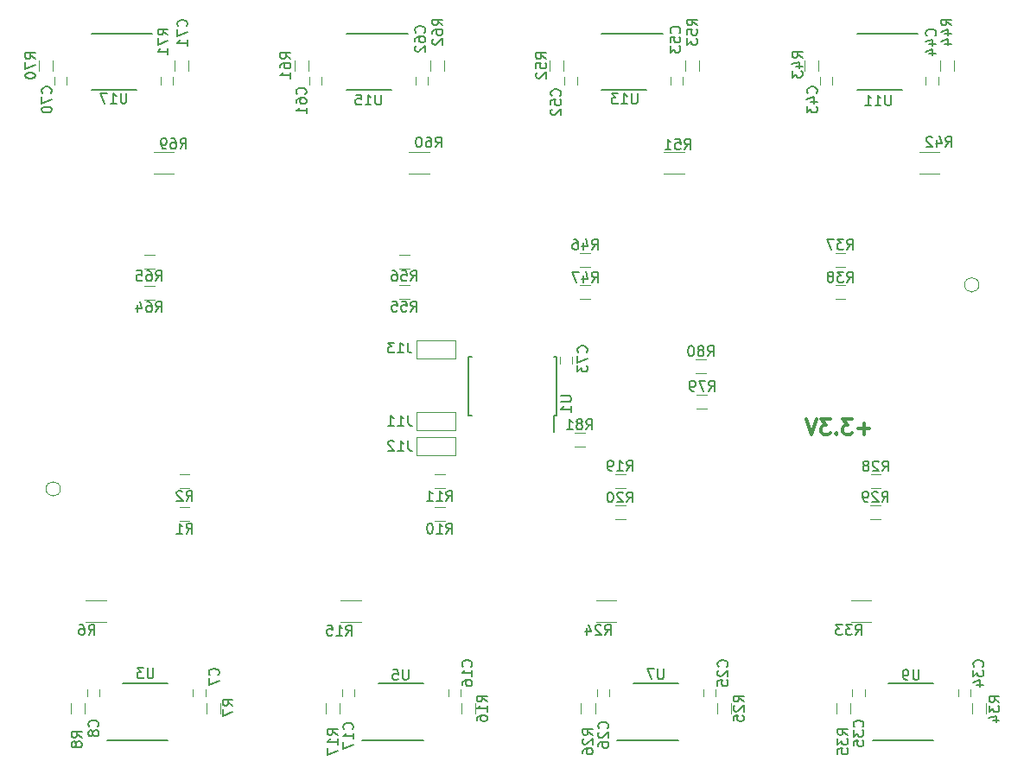
<source format=gbr>
G04 #@! TF.GenerationSoftware,KiCad,Pcbnew,(5.0.0-rc2-dev-206-ge4d512a29)*
G04 #@! TF.CreationDate,2018-03-29T18:07:49+02:00*
G04 #@! TF.ProjectId,Koczon,4B6F637A6F6E2E6B696361645F706362,1*
G04 #@! TF.SameCoordinates,Original*
G04 #@! TF.FileFunction,Legend,Bot*
G04 #@! TF.FilePolarity,Positive*
%FSLAX46Y46*%
G04 Gerber Fmt 4.6, Leading zero omitted, Abs format (unit mm)*
G04 Created by KiCad (PCBNEW (5.0.0-rc2-dev-206-ge4d512a29)) date 03/29/18 18:07:49*
%MOMM*%
%LPD*%
G01*
G04 APERTURE LIST*
%ADD10C,0.300000*%
%ADD11C,0.120000*%
%ADD12C,0.150000*%
G04 APERTURE END LIST*
D10*
X183378000Y-91860048D02*
X182235142Y-91860048D01*
X182806571Y-92431477D02*
X182806571Y-91288620D01*
X181663714Y-90931477D02*
X180735142Y-90931477D01*
X181235142Y-91502906D01*
X181020857Y-91502906D01*
X180878000Y-91574334D01*
X180806571Y-91645763D01*
X180735142Y-91788620D01*
X180735142Y-92145763D01*
X180806571Y-92288620D01*
X180878000Y-92360048D01*
X181020857Y-92431477D01*
X181449428Y-92431477D01*
X181592285Y-92360048D01*
X181663714Y-92288620D01*
X180092285Y-92288620D02*
X180020857Y-92360048D01*
X180092285Y-92431477D01*
X180163714Y-92360048D01*
X180092285Y-92288620D01*
X180092285Y-92431477D01*
X179520857Y-90931477D02*
X178592285Y-90931477D01*
X179092285Y-91502906D01*
X178878000Y-91502906D01*
X178735142Y-91574334D01*
X178663714Y-91645763D01*
X178592285Y-91788620D01*
X178592285Y-92145763D01*
X178663714Y-92288620D01*
X178735142Y-92360048D01*
X178878000Y-92431477D01*
X179306571Y-92431477D01*
X179449428Y-92360048D01*
X179520857Y-92288620D01*
X178163714Y-90931477D02*
X177663714Y-92431477D01*
X177163714Y-90931477D01*
D11*
X194078000Y-77752906D02*
G75*
G03X194078000Y-77752906I-700000J0D01*
G01*
X104078000Y-97752906D02*
G75*
G03X104078000Y-97752906I-700000J0D01*
G01*
X138968000Y-90212906D02*
X142788000Y-90212906D01*
X142788000Y-90212906D02*
X142788000Y-91992906D01*
X142788000Y-91992906D02*
X138968000Y-91992906D01*
X138968000Y-90212906D02*
X138968000Y-91992906D01*
X138968000Y-83162906D02*
X138968000Y-84942906D01*
X142788000Y-84942906D02*
X138968000Y-84942906D01*
X142788000Y-83162906D02*
X142788000Y-84942906D01*
X138968000Y-83162906D02*
X142788000Y-83162906D01*
X138968000Y-92662906D02*
X142788000Y-92662906D01*
X142788000Y-92662906D02*
X142788000Y-94442906D01*
X142788000Y-94442906D02*
X138968000Y-94442906D01*
X138968000Y-92662906D02*
X138968000Y-94442906D01*
X138210142Y-66849812D02*
X140210142Y-66849812D01*
X140210142Y-64709812D02*
X138210142Y-64709812D01*
X165210142Y-64709812D02*
X163210142Y-64709812D01*
X163210142Y-66849812D02*
X165210142Y-66849812D01*
X113210142Y-66849812D02*
X115210142Y-66849812D01*
X115210142Y-64709812D02*
X113210142Y-64709812D01*
X190210142Y-64709812D02*
X188210142Y-64709812D01*
X188210142Y-66849812D02*
X190210142Y-66849812D01*
X183548000Y-108656000D02*
X181548000Y-108656000D01*
X181548000Y-110796000D02*
X183548000Y-110796000D01*
X106548000Y-110796000D02*
X108548000Y-110796000D01*
X108548000Y-108656000D02*
X106548000Y-108656000D01*
X158548000Y-108656000D02*
X156548000Y-108656000D01*
X156548000Y-110796000D02*
X158548000Y-110796000D01*
X131548000Y-110796000D02*
X133548000Y-110796000D01*
X133548000Y-108656000D02*
X131548000Y-108656000D01*
D12*
X152478000Y-90527906D02*
X152478000Y-92127906D01*
X144053000Y-90527906D02*
X144053000Y-84777906D01*
X152703000Y-90527906D02*
X152703000Y-84777906D01*
X144053000Y-90527906D02*
X144353000Y-90527906D01*
X144053000Y-84777906D02*
X144353000Y-84777906D01*
X152703000Y-84777906D02*
X152403000Y-84777906D01*
X152703000Y-90527906D02*
X152478000Y-90527906D01*
D11*
X154248000Y-85476000D02*
X154248000Y-84776000D01*
X153048000Y-84776000D02*
X153048000Y-85476000D01*
X167348000Y-85046000D02*
X166348000Y-85046000D01*
X166348000Y-86406000D02*
X167348000Y-86406000D01*
X167448000Y-88546000D02*
X166448000Y-88546000D01*
X166448000Y-89906000D02*
X167448000Y-89906000D01*
X155448000Y-92246000D02*
X154448000Y-92246000D01*
X154448000Y-93606000D02*
X155448000Y-93606000D01*
X140748000Y-100906000D02*
X141748000Y-100906000D01*
X141748000Y-99546000D02*
X140748000Y-99546000D01*
X117078000Y-117402906D02*
X117078000Y-118102906D01*
X118278000Y-118102906D02*
X118278000Y-117402906D01*
X107878000Y-118102906D02*
X107878000Y-117402906D01*
X106678000Y-117402906D02*
X106678000Y-118102906D01*
X118398000Y-118752906D02*
X118398000Y-119752906D01*
X119758000Y-119752906D02*
X119758000Y-118752906D01*
X142078000Y-117402906D02*
X142078000Y-118102906D01*
X143278000Y-118102906D02*
X143278000Y-117402906D01*
X132878000Y-118102906D02*
X132878000Y-117402906D01*
X131678000Y-117402906D02*
X131678000Y-118102906D01*
X167078000Y-117402906D02*
X167078000Y-118102906D01*
X168278000Y-118102906D02*
X168278000Y-117402906D01*
X157878000Y-118102906D02*
X157878000Y-117402906D01*
X156678000Y-117402906D02*
X156678000Y-118102906D01*
X192078000Y-117402906D02*
X192078000Y-118102906D01*
X193278000Y-118102906D02*
X193278000Y-117402906D01*
X182878000Y-118102906D02*
X182878000Y-117402906D01*
X181678000Y-117402906D02*
X181678000Y-118102906D01*
X179680142Y-58102906D02*
X179680142Y-57402906D01*
X178480142Y-57402906D02*
X178480142Y-58102906D01*
X188880142Y-57402906D02*
X188880142Y-58102906D01*
X190080142Y-58102906D02*
X190080142Y-57402906D01*
X154680142Y-58102906D02*
X154680142Y-57402906D01*
X153480142Y-57402906D02*
X153480142Y-58102906D01*
X163880142Y-57402906D02*
X163880142Y-58102906D01*
X165080142Y-58102906D02*
X165080142Y-57402906D01*
X129680142Y-58102906D02*
X129680142Y-57402906D01*
X128480142Y-57402906D02*
X128480142Y-58102906D01*
X138880142Y-57402906D02*
X138880142Y-58102906D01*
X140080142Y-58102906D02*
X140080142Y-57402906D01*
X104680142Y-58102906D02*
X104680142Y-57402906D01*
X103480142Y-57402906D02*
X103480142Y-58102906D01*
X113880142Y-57402906D02*
X113880142Y-58102906D01*
X115080142Y-58102906D02*
X115080142Y-57402906D01*
X143398000Y-118752906D02*
X143398000Y-119752906D01*
X144758000Y-119752906D02*
X144758000Y-118752906D01*
X131458000Y-119752906D02*
X131458000Y-118752906D01*
X130098000Y-118752906D02*
X130098000Y-119752906D01*
X168398000Y-118752906D02*
X168398000Y-119752906D01*
X169758000Y-119752906D02*
X169758000Y-118752906D01*
X156458000Y-119752906D02*
X156458000Y-118752906D01*
X155098000Y-118752906D02*
X155098000Y-119752906D01*
X193398000Y-118752906D02*
X193398000Y-119752906D01*
X194758000Y-119752906D02*
X194758000Y-118752906D01*
X181458000Y-119752906D02*
X181458000Y-118752906D01*
X180098000Y-118752906D02*
X180098000Y-119752906D01*
X178360142Y-56752906D02*
X178360142Y-55752906D01*
X177000142Y-55752906D02*
X177000142Y-56752906D01*
X190300142Y-55752906D02*
X190300142Y-56752906D01*
X191660142Y-56752906D02*
X191660142Y-55752906D01*
X153360142Y-56752906D02*
X153360142Y-55752906D01*
X152000142Y-55752906D02*
X152000142Y-56752906D01*
X165300142Y-55752906D02*
X165300142Y-56752906D01*
X166660142Y-56752906D02*
X166660142Y-55752906D01*
X128360142Y-56752906D02*
X128360142Y-55752906D01*
X127000142Y-55752906D02*
X127000142Y-56752906D01*
X140300142Y-55752906D02*
X140300142Y-56752906D01*
X141660142Y-56752906D02*
X141660142Y-55752906D01*
X103360142Y-56752906D02*
X103360142Y-55752906D01*
X102000142Y-55752906D02*
X102000142Y-56752906D01*
X115300142Y-55752906D02*
X115300142Y-56752906D01*
X116660142Y-56752906D02*
X116660142Y-55752906D01*
D12*
X108653000Y-122352906D02*
X114628000Y-122352906D01*
X110228000Y-116827906D02*
X114628000Y-116827906D01*
X133653000Y-122352906D02*
X139628000Y-122352906D01*
X135228000Y-116827906D02*
X139628000Y-116827906D01*
X158653000Y-122352906D02*
X164628000Y-122352906D01*
X160228000Y-116827906D02*
X164628000Y-116827906D01*
X183653000Y-122352906D02*
X189628000Y-122352906D01*
X185228000Y-116827906D02*
X189628000Y-116827906D01*
X188105142Y-53152906D02*
X182130142Y-53152906D01*
X186530142Y-58677906D02*
X182130142Y-58677906D01*
X163105142Y-53152906D02*
X157130142Y-53152906D01*
X161530142Y-58677906D02*
X157130142Y-58677906D01*
X138105142Y-53152906D02*
X132130142Y-53152906D01*
X136530142Y-58677906D02*
X132130142Y-58677906D01*
X113105142Y-53152906D02*
X107130142Y-53152906D01*
X111530142Y-58677906D02*
X107130142Y-58677906D01*
D11*
X106458000Y-119752906D02*
X106458000Y-118752906D01*
X105098000Y-118752906D02*
X105098000Y-119752906D01*
X115748000Y-100906000D02*
X116748000Y-100906000D01*
X116748000Y-99546000D02*
X115748000Y-99546000D01*
X115748000Y-97706000D02*
X116748000Y-97706000D01*
X116748000Y-96346000D02*
X115748000Y-96346000D01*
X140748000Y-97706000D02*
X141748000Y-97706000D01*
X141748000Y-96346000D02*
X140748000Y-96346000D01*
X159428000Y-96272906D02*
X158428000Y-96272906D01*
X158428000Y-97632906D02*
X159428000Y-97632906D01*
X159428000Y-99372906D02*
X158428000Y-99372906D01*
X158428000Y-100732906D02*
X159428000Y-100732906D01*
X184478000Y-96322906D02*
X183478000Y-96322906D01*
X183478000Y-97682906D02*
X184478000Y-97682906D01*
X184428000Y-99322906D02*
X183428000Y-99322906D01*
X183428000Y-100682906D02*
X184428000Y-100682906D01*
X181010142Y-74599812D02*
X180010142Y-74599812D01*
X180010142Y-75959812D02*
X181010142Y-75959812D01*
X181010142Y-77799812D02*
X180010142Y-77799812D01*
X180010142Y-79159812D02*
X181010142Y-79159812D01*
X156010142Y-74599812D02*
X155010142Y-74599812D01*
X155010142Y-75959812D02*
X156010142Y-75959812D01*
X156010142Y-77799812D02*
X155010142Y-77799812D01*
X155010142Y-79159812D02*
X156010142Y-79159812D01*
X137278000Y-79132906D02*
X138278000Y-79132906D01*
X138278000Y-77772906D02*
X137278000Y-77772906D01*
X137278000Y-76132906D02*
X138278000Y-76132906D01*
X138278000Y-74772906D02*
X137278000Y-74772906D01*
X112278000Y-79182906D02*
X113278000Y-79182906D01*
X113278000Y-77822906D02*
X112278000Y-77822906D01*
X112278000Y-76132906D02*
X113278000Y-76132906D01*
X113278000Y-74772906D02*
X112278000Y-74772906D01*
D12*
X138137523Y-90555286D02*
X138137523Y-91269572D01*
X138185142Y-91412429D01*
X138280380Y-91507667D01*
X138423238Y-91555286D01*
X138518476Y-91555286D01*
X137137523Y-91555286D02*
X137708952Y-91555286D01*
X137423238Y-91555286D02*
X137423238Y-90555286D01*
X137518476Y-90698144D01*
X137613714Y-90793382D01*
X137708952Y-90841001D01*
X136185142Y-91555286D02*
X136756571Y-91555286D01*
X136470857Y-91555286D02*
X136470857Y-90555286D01*
X136566095Y-90698144D01*
X136661333Y-90793382D01*
X136756571Y-90841001D01*
X138112523Y-83405286D02*
X138112523Y-84119572D01*
X138160142Y-84262429D01*
X138255380Y-84357667D01*
X138398238Y-84405286D01*
X138493476Y-84405286D01*
X137112523Y-84405286D02*
X137683952Y-84405286D01*
X137398238Y-84405286D02*
X137398238Y-83405286D01*
X137493476Y-83548144D01*
X137588714Y-83643382D01*
X137683952Y-83691001D01*
X136779190Y-83405286D02*
X136160142Y-83405286D01*
X136493476Y-83786239D01*
X136350619Y-83786239D01*
X136255380Y-83833858D01*
X136207761Y-83881477D01*
X136160142Y-83976715D01*
X136160142Y-84214810D01*
X136207761Y-84310048D01*
X136255380Y-84357667D01*
X136350619Y-84405286D01*
X136636333Y-84405286D01*
X136731571Y-84357667D01*
X136779190Y-84310048D01*
X138137523Y-93030286D02*
X138137523Y-93744572D01*
X138185142Y-93887429D01*
X138280380Y-93982667D01*
X138423238Y-94030286D01*
X138518476Y-94030286D01*
X137137523Y-94030286D02*
X137708952Y-94030286D01*
X137423238Y-94030286D02*
X137423238Y-93030286D01*
X137518476Y-93173144D01*
X137613714Y-93268382D01*
X137708952Y-93316001D01*
X136756571Y-93125525D02*
X136708952Y-93077906D01*
X136613714Y-93030286D01*
X136375619Y-93030286D01*
X136280380Y-93077906D01*
X136232761Y-93125525D01*
X136185142Y-93220763D01*
X136185142Y-93316001D01*
X136232761Y-93458858D01*
X136804190Y-94030286D01*
X136185142Y-94030286D01*
X140820857Y-64255286D02*
X141154190Y-63779096D01*
X141392285Y-64255286D02*
X141392285Y-63255286D01*
X141011333Y-63255286D01*
X140916095Y-63302906D01*
X140868476Y-63350525D01*
X140820857Y-63445763D01*
X140820857Y-63588620D01*
X140868476Y-63683858D01*
X140916095Y-63731477D01*
X141011333Y-63779096D01*
X141392285Y-63779096D01*
X139963714Y-63255286D02*
X140154190Y-63255286D01*
X140249428Y-63302906D01*
X140297047Y-63350525D01*
X140392285Y-63493382D01*
X140439904Y-63683858D01*
X140439904Y-64064810D01*
X140392285Y-64160048D01*
X140344666Y-64207667D01*
X140249428Y-64255286D01*
X140058952Y-64255286D01*
X139963714Y-64207667D01*
X139916095Y-64160048D01*
X139868476Y-64064810D01*
X139868476Y-63826715D01*
X139916095Y-63731477D01*
X139963714Y-63683858D01*
X140058952Y-63636239D01*
X140249428Y-63636239D01*
X140344666Y-63683858D01*
X140392285Y-63731477D01*
X140439904Y-63826715D01*
X139249428Y-63255286D02*
X139154190Y-63255286D01*
X139058952Y-63302906D01*
X139011333Y-63350525D01*
X138963714Y-63445763D01*
X138916095Y-63636239D01*
X138916095Y-63874334D01*
X138963714Y-64064810D01*
X139011333Y-64160048D01*
X139058952Y-64207667D01*
X139154190Y-64255286D01*
X139249428Y-64255286D01*
X139344666Y-64207667D01*
X139392285Y-64160048D01*
X139439904Y-64064810D01*
X139487523Y-63874334D01*
X139487523Y-63636239D01*
X139439904Y-63445763D01*
X139392285Y-63350525D01*
X139344666Y-63302906D01*
X139249428Y-63255286D01*
X165220857Y-64455286D02*
X165554190Y-63979096D01*
X165792285Y-64455286D02*
X165792285Y-63455286D01*
X165411333Y-63455286D01*
X165316095Y-63502906D01*
X165268476Y-63550525D01*
X165220857Y-63645763D01*
X165220857Y-63788620D01*
X165268476Y-63883858D01*
X165316095Y-63931477D01*
X165411333Y-63979096D01*
X165792285Y-63979096D01*
X164316095Y-63455286D02*
X164792285Y-63455286D01*
X164839904Y-63931477D01*
X164792285Y-63883858D01*
X164697047Y-63836239D01*
X164458952Y-63836239D01*
X164363714Y-63883858D01*
X164316095Y-63931477D01*
X164268476Y-64026715D01*
X164268476Y-64264810D01*
X164316095Y-64360048D01*
X164363714Y-64407667D01*
X164458952Y-64455286D01*
X164697047Y-64455286D01*
X164792285Y-64407667D01*
X164839904Y-64360048D01*
X163316095Y-64455286D02*
X163887523Y-64455286D01*
X163601809Y-64455286D02*
X163601809Y-63455286D01*
X163697047Y-63598144D01*
X163792285Y-63693382D01*
X163887523Y-63741001D01*
X115820857Y-64405286D02*
X116154190Y-63929096D01*
X116392285Y-64405286D02*
X116392285Y-63405286D01*
X116011333Y-63405286D01*
X115916095Y-63452906D01*
X115868476Y-63500525D01*
X115820857Y-63595763D01*
X115820857Y-63738620D01*
X115868476Y-63833858D01*
X115916095Y-63881477D01*
X116011333Y-63929096D01*
X116392285Y-63929096D01*
X114963714Y-63405286D02*
X115154190Y-63405286D01*
X115249428Y-63452906D01*
X115297047Y-63500525D01*
X115392285Y-63643382D01*
X115439904Y-63833858D01*
X115439904Y-64214810D01*
X115392285Y-64310048D01*
X115344666Y-64357667D01*
X115249428Y-64405286D01*
X115058952Y-64405286D01*
X114963714Y-64357667D01*
X114916095Y-64310048D01*
X114868476Y-64214810D01*
X114868476Y-63976715D01*
X114916095Y-63881477D01*
X114963714Y-63833858D01*
X115058952Y-63786239D01*
X115249428Y-63786239D01*
X115344666Y-63833858D01*
X115392285Y-63881477D01*
X115439904Y-63976715D01*
X114392285Y-64405286D02*
X114201809Y-64405286D01*
X114106571Y-64357667D01*
X114058952Y-64310048D01*
X113963714Y-64167191D01*
X113916095Y-63976715D01*
X113916095Y-63595763D01*
X113963714Y-63500525D01*
X114011333Y-63452906D01*
X114106571Y-63405286D01*
X114297047Y-63405286D01*
X114392285Y-63452906D01*
X114439904Y-63500525D01*
X114487523Y-63595763D01*
X114487523Y-63833858D01*
X114439904Y-63929096D01*
X114392285Y-63976715D01*
X114297047Y-64024334D01*
X114106571Y-64024334D01*
X114011333Y-63976715D01*
X113963714Y-63929096D01*
X113916095Y-63833858D01*
X190820857Y-64205286D02*
X191154190Y-63729096D01*
X191392285Y-64205286D02*
X191392285Y-63205286D01*
X191011333Y-63205286D01*
X190916095Y-63252906D01*
X190868476Y-63300525D01*
X190820857Y-63395763D01*
X190820857Y-63538620D01*
X190868476Y-63633858D01*
X190916095Y-63681477D01*
X191011333Y-63729096D01*
X191392285Y-63729096D01*
X189963714Y-63538620D02*
X189963714Y-64205286D01*
X190201809Y-63157667D02*
X190439904Y-63871953D01*
X189820857Y-63871953D01*
X189487523Y-63300525D02*
X189439904Y-63252906D01*
X189344666Y-63205286D01*
X189106571Y-63205286D01*
X189011333Y-63252906D01*
X188963714Y-63300525D01*
X188916095Y-63395763D01*
X188916095Y-63491001D01*
X188963714Y-63633858D01*
X189535142Y-64205286D01*
X188916095Y-64205286D01*
X181970857Y-112055286D02*
X182304190Y-111579096D01*
X182542285Y-112055286D02*
X182542285Y-111055286D01*
X182161333Y-111055286D01*
X182066095Y-111102906D01*
X182018476Y-111150525D01*
X181970857Y-111245763D01*
X181970857Y-111388620D01*
X182018476Y-111483858D01*
X182066095Y-111531477D01*
X182161333Y-111579096D01*
X182542285Y-111579096D01*
X181637523Y-111055286D02*
X181018476Y-111055286D01*
X181351809Y-111436239D01*
X181208952Y-111436239D01*
X181113714Y-111483858D01*
X181066095Y-111531477D01*
X181018476Y-111626715D01*
X181018476Y-111864810D01*
X181066095Y-111960048D01*
X181113714Y-112007667D01*
X181208952Y-112055286D01*
X181494666Y-112055286D01*
X181589904Y-112007667D01*
X181637523Y-111960048D01*
X180685142Y-111055286D02*
X180066095Y-111055286D01*
X180399428Y-111436239D01*
X180256571Y-111436239D01*
X180161333Y-111483858D01*
X180113714Y-111531477D01*
X180066095Y-111626715D01*
X180066095Y-111864810D01*
X180113714Y-111960048D01*
X180161333Y-112007667D01*
X180256571Y-112055286D01*
X180542285Y-112055286D01*
X180637523Y-112007667D01*
X180685142Y-111960048D01*
X106844666Y-112055286D02*
X107178000Y-111579096D01*
X107416095Y-112055286D02*
X107416095Y-111055286D01*
X107035142Y-111055286D01*
X106939904Y-111102906D01*
X106892285Y-111150525D01*
X106844666Y-111245763D01*
X106844666Y-111388620D01*
X106892285Y-111483858D01*
X106939904Y-111531477D01*
X107035142Y-111579096D01*
X107416095Y-111579096D01*
X105987523Y-111055286D02*
X106178000Y-111055286D01*
X106273238Y-111102906D01*
X106320857Y-111150525D01*
X106416095Y-111293382D01*
X106463714Y-111483858D01*
X106463714Y-111864810D01*
X106416095Y-111960048D01*
X106368476Y-112007667D01*
X106273238Y-112055286D01*
X106082761Y-112055286D01*
X105987523Y-112007667D01*
X105939904Y-111960048D01*
X105892285Y-111864810D01*
X105892285Y-111626715D01*
X105939904Y-111531477D01*
X105987523Y-111483858D01*
X106082761Y-111436239D01*
X106273238Y-111436239D01*
X106368476Y-111483858D01*
X106416095Y-111531477D01*
X106463714Y-111626715D01*
X157420857Y-112055286D02*
X157754190Y-111579096D01*
X157992285Y-112055286D02*
X157992285Y-111055286D01*
X157611333Y-111055286D01*
X157516095Y-111102906D01*
X157468476Y-111150525D01*
X157420857Y-111245763D01*
X157420857Y-111388620D01*
X157468476Y-111483858D01*
X157516095Y-111531477D01*
X157611333Y-111579096D01*
X157992285Y-111579096D01*
X157039904Y-111150525D02*
X156992285Y-111102906D01*
X156897047Y-111055286D01*
X156658952Y-111055286D01*
X156563714Y-111102906D01*
X156516095Y-111150525D01*
X156468476Y-111245763D01*
X156468476Y-111341001D01*
X156516095Y-111483858D01*
X157087523Y-112055286D01*
X156468476Y-112055286D01*
X155611333Y-111388620D02*
X155611333Y-112055286D01*
X155849428Y-111007667D02*
X156087523Y-111721953D01*
X155468476Y-111721953D01*
X132070857Y-112105286D02*
X132404190Y-111629096D01*
X132642285Y-112105286D02*
X132642285Y-111105286D01*
X132261333Y-111105286D01*
X132166095Y-111152906D01*
X132118476Y-111200525D01*
X132070857Y-111295763D01*
X132070857Y-111438620D01*
X132118476Y-111533858D01*
X132166095Y-111581477D01*
X132261333Y-111629096D01*
X132642285Y-111629096D01*
X131118476Y-112105286D02*
X131689904Y-112105286D01*
X131404190Y-112105286D02*
X131404190Y-111105286D01*
X131499428Y-111248144D01*
X131594666Y-111343382D01*
X131689904Y-111391001D01*
X130213714Y-111105286D02*
X130689904Y-111105286D01*
X130737523Y-111581477D01*
X130689904Y-111533858D01*
X130594666Y-111486239D01*
X130356571Y-111486239D01*
X130261333Y-111533858D01*
X130213714Y-111581477D01*
X130166095Y-111676715D01*
X130166095Y-111914810D01*
X130213714Y-112010048D01*
X130261333Y-112057667D01*
X130356571Y-112105286D01*
X130594666Y-112105286D01*
X130689904Y-112057667D01*
X130737523Y-112010048D01*
X153130380Y-88641001D02*
X153939904Y-88641001D01*
X154035142Y-88688620D01*
X154082761Y-88736239D01*
X154130380Y-88831477D01*
X154130380Y-89021953D01*
X154082761Y-89117191D01*
X154035142Y-89164810D01*
X153939904Y-89212429D01*
X153130380Y-89212429D01*
X154130380Y-90212429D02*
X154130380Y-89641001D01*
X154130380Y-89926715D02*
X153130380Y-89926715D01*
X153273238Y-89831477D01*
X153368476Y-89736239D01*
X153416095Y-89641001D01*
X155635142Y-84360048D02*
X155682761Y-84312429D01*
X155730380Y-84169572D01*
X155730380Y-84074334D01*
X155682761Y-83931477D01*
X155587523Y-83836239D01*
X155492285Y-83788620D01*
X155301809Y-83741001D01*
X155158952Y-83741001D01*
X154968476Y-83788620D01*
X154873238Y-83836239D01*
X154778000Y-83931477D01*
X154730380Y-84074334D01*
X154730380Y-84169572D01*
X154778000Y-84312429D01*
X154825619Y-84360048D01*
X154730380Y-84693382D02*
X154730380Y-85360048D01*
X155730380Y-84931477D01*
X154730380Y-85645763D02*
X154730380Y-86264810D01*
X155111333Y-85931477D01*
X155111333Y-86074334D01*
X155158952Y-86169572D01*
X155206571Y-86217191D01*
X155301809Y-86264810D01*
X155539904Y-86264810D01*
X155635142Y-86217191D01*
X155682761Y-86169572D01*
X155730380Y-86074334D01*
X155730380Y-85788620D01*
X155682761Y-85693382D01*
X155635142Y-85645763D01*
X167490857Y-84728380D02*
X167824190Y-84252190D01*
X168062285Y-84728380D02*
X168062285Y-83728380D01*
X167681333Y-83728380D01*
X167586095Y-83776000D01*
X167538476Y-83823619D01*
X167490857Y-83918857D01*
X167490857Y-84061714D01*
X167538476Y-84156952D01*
X167586095Y-84204571D01*
X167681333Y-84252190D01*
X168062285Y-84252190D01*
X166919428Y-84156952D02*
X167014666Y-84109333D01*
X167062285Y-84061714D01*
X167109904Y-83966476D01*
X167109904Y-83918857D01*
X167062285Y-83823619D01*
X167014666Y-83776000D01*
X166919428Y-83728380D01*
X166728952Y-83728380D01*
X166633714Y-83776000D01*
X166586095Y-83823619D01*
X166538476Y-83918857D01*
X166538476Y-83966476D01*
X166586095Y-84061714D01*
X166633714Y-84109333D01*
X166728952Y-84156952D01*
X166919428Y-84156952D01*
X167014666Y-84204571D01*
X167062285Y-84252190D01*
X167109904Y-84347428D01*
X167109904Y-84537904D01*
X167062285Y-84633142D01*
X167014666Y-84680761D01*
X166919428Y-84728380D01*
X166728952Y-84728380D01*
X166633714Y-84680761D01*
X166586095Y-84633142D01*
X166538476Y-84537904D01*
X166538476Y-84347428D01*
X166586095Y-84252190D01*
X166633714Y-84204571D01*
X166728952Y-84156952D01*
X165919428Y-83728380D02*
X165824190Y-83728380D01*
X165728952Y-83776000D01*
X165681333Y-83823619D01*
X165633714Y-83918857D01*
X165586095Y-84109333D01*
X165586095Y-84347428D01*
X165633714Y-84537904D01*
X165681333Y-84633142D01*
X165728952Y-84680761D01*
X165824190Y-84728380D01*
X165919428Y-84728380D01*
X166014666Y-84680761D01*
X166062285Y-84633142D01*
X166109904Y-84537904D01*
X166157523Y-84347428D01*
X166157523Y-84109333D01*
X166109904Y-83918857D01*
X166062285Y-83823619D01*
X166014666Y-83776000D01*
X165919428Y-83728380D01*
X167620857Y-88155286D02*
X167954190Y-87679096D01*
X168192285Y-88155286D02*
X168192285Y-87155286D01*
X167811333Y-87155286D01*
X167716095Y-87202906D01*
X167668476Y-87250525D01*
X167620857Y-87345763D01*
X167620857Y-87488620D01*
X167668476Y-87583858D01*
X167716095Y-87631477D01*
X167811333Y-87679096D01*
X168192285Y-87679096D01*
X167287523Y-87155286D02*
X166620857Y-87155286D01*
X167049428Y-88155286D01*
X166192285Y-88155286D02*
X166001809Y-88155286D01*
X165906571Y-88107667D01*
X165858952Y-88060048D01*
X165763714Y-87917191D01*
X165716095Y-87726715D01*
X165716095Y-87345763D01*
X165763714Y-87250525D01*
X165811333Y-87202906D01*
X165906571Y-87155286D01*
X166097047Y-87155286D01*
X166192285Y-87202906D01*
X166239904Y-87250525D01*
X166287523Y-87345763D01*
X166287523Y-87583858D01*
X166239904Y-87679096D01*
X166192285Y-87726715D01*
X166097047Y-87774334D01*
X165906571Y-87774334D01*
X165811333Y-87726715D01*
X165763714Y-87679096D01*
X165716095Y-87583858D01*
X155590857Y-91928380D02*
X155924190Y-91452190D01*
X156162285Y-91928380D02*
X156162285Y-90928380D01*
X155781333Y-90928380D01*
X155686095Y-90976000D01*
X155638476Y-91023619D01*
X155590857Y-91118857D01*
X155590857Y-91261714D01*
X155638476Y-91356952D01*
X155686095Y-91404571D01*
X155781333Y-91452190D01*
X156162285Y-91452190D01*
X155019428Y-91356952D02*
X155114666Y-91309333D01*
X155162285Y-91261714D01*
X155209904Y-91166476D01*
X155209904Y-91118857D01*
X155162285Y-91023619D01*
X155114666Y-90976000D01*
X155019428Y-90928380D01*
X154828952Y-90928380D01*
X154733714Y-90976000D01*
X154686095Y-91023619D01*
X154638476Y-91118857D01*
X154638476Y-91166476D01*
X154686095Y-91261714D01*
X154733714Y-91309333D01*
X154828952Y-91356952D01*
X155019428Y-91356952D01*
X155114666Y-91404571D01*
X155162285Y-91452190D01*
X155209904Y-91547428D01*
X155209904Y-91737904D01*
X155162285Y-91833142D01*
X155114666Y-91880761D01*
X155019428Y-91928380D01*
X154828952Y-91928380D01*
X154733714Y-91880761D01*
X154686095Y-91833142D01*
X154638476Y-91737904D01*
X154638476Y-91547428D01*
X154686095Y-91452190D01*
X154733714Y-91404571D01*
X154828952Y-91356952D01*
X153686095Y-91928380D02*
X154257523Y-91928380D01*
X153971809Y-91928380D02*
X153971809Y-90928380D01*
X154067047Y-91071238D01*
X154162285Y-91166476D01*
X154257523Y-91214095D01*
X141890857Y-102128380D02*
X142224190Y-101652190D01*
X142462285Y-102128380D02*
X142462285Y-101128380D01*
X142081333Y-101128380D01*
X141986095Y-101176000D01*
X141938476Y-101223619D01*
X141890857Y-101318857D01*
X141890857Y-101461714D01*
X141938476Y-101556952D01*
X141986095Y-101604571D01*
X142081333Y-101652190D01*
X142462285Y-101652190D01*
X140938476Y-102128380D02*
X141509904Y-102128380D01*
X141224190Y-102128380D02*
X141224190Y-101128380D01*
X141319428Y-101271238D01*
X141414666Y-101366476D01*
X141509904Y-101414095D01*
X140319428Y-101128380D02*
X140224190Y-101128380D01*
X140128952Y-101176000D01*
X140081333Y-101223619D01*
X140033714Y-101318857D01*
X139986095Y-101509333D01*
X139986095Y-101747428D01*
X140033714Y-101937904D01*
X140081333Y-102033142D01*
X140128952Y-102080761D01*
X140224190Y-102128380D01*
X140319428Y-102128380D01*
X140414666Y-102080761D01*
X140462285Y-102033142D01*
X140509904Y-101937904D01*
X140557523Y-101747428D01*
X140557523Y-101509333D01*
X140509904Y-101318857D01*
X140462285Y-101223619D01*
X140414666Y-101176000D01*
X140319428Y-101128380D01*
X119535142Y-115986239D02*
X119582761Y-115938620D01*
X119630380Y-115795763D01*
X119630380Y-115700525D01*
X119582761Y-115557667D01*
X119487523Y-115462429D01*
X119392285Y-115414810D01*
X119201809Y-115367191D01*
X119058952Y-115367191D01*
X118868476Y-115414810D01*
X118773238Y-115462429D01*
X118678000Y-115557667D01*
X118630380Y-115700525D01*
X118630380Y-115795763D01*
X118678000Y-115938620D01*
X118725619Y-115986239D01*
X118630380Y-116319572D02*
X118630380Y-116986239D01*
X119630380Y-116557667D01*
X107735142Y-121036239D02*
X107782761Y-120988620D01*
X107830380Y-120845763D01*
X107830380Y-120750525D01*
X107782761Y-120607667D01*
X107687523Y-120512429D01*
X107592285Y-120464810D01*
X107401809Y-120417191D01*
X107258952Y-120417191D01*
X107068476Y-120464810D01*
X106973238Y-120512429D01*
X106878000Y-120607667D01*
X106830380Y-120750525D01*
X106830380Y-120845763D01*
X106878000Y-120988620D01*
X106925619Y-121036239D01*
X107258952Y-121607667D02*
X107211333Y-121512429D01*
X107163714Y-121464810D01*
X107068476Y-121417191D01*
X107020857Y-121417191D01*
X106925619Y-121464810D01*
X106878000Y-121512429D01*
X106830380Y-121607667D01*
X106830380Y-121798144D01*
X106878000Y-121893382D01*
X106925619Y-121941001D01*
X107020857Y-121988620D01*
X107068476Y-121988620D01*
X107163714Y-121941001D01*
X107211333Y-121893382D01*
X107258952Y-121798144D01*
X107258952Y-121607667D01*
X107306571Y-121512429D01*
X107354190Y-121464810D01*
X107449428Y-121417191D01*
X107639904Y-121417191D01*
X107735142Y-121464810D01*
X107782761Y-121512429D01*
X107830380Y-121607667D01*
X107830380Y-121798144D01*
X107782761Y-121893382D01*
X107735142Y-121941001D01*
X107639904Y-121988620D01*
X107449428Y-121988620D01*
X107354190Y-121941001D01*
X107306571Y-121893382D01*
X107258952Y-121798144D01*
X120980380Y-118986239D02*
X120504190Y-118652906D01*
X120980380Y-118414810D02*
X119980380Y-118414810D01*
X119980380Y-118795763D01*
X120028000Y-118891001D01*
X120075619Y-118938620D01*
X120170857Y-118986239D01*
X120313714Y-118986239D01*
X120408952Y-118938620D01*
X120456571Y-118891001D01*
X120504190Y-118795763D01*
X120504190Y-118414810D01*
X119980380Y-119319572D02*
X119980380Y-119986239D01*
X120980380Y-119557667D01*
X144335142Y-115160048D02*
X144382761Y-115112429D01*
X144430380Y-114969572D01*
X144430380Y-114874334D01*
X144382761Y-114731477D01*
X144287523Y-114636239D01*
X144192285Y-114588620D01*
X144001809Y-114541001D01*
X143858952Y-114541001D01*
X143668476Y-114588620D01*
X143573238Y-114636239D01*
X143478000Y-114731477D01*
X143430380Y-114874334D01*
X143430380Y-114969572D01*
X143478000Y-115112429D01*
X143525619Y-115160048D01*
X144430380Y-116112429D02*
X144430380Y-115541001D01*
X144430380Y-115826715D02*
X143430380Y-115826715D01*
X143573238Y-115731477D01*
X143668476Y-115636239D01*
X143716095Y-115541001D01*
X143430380Y-116969572D02*
X143430380Y-116779096D01*
X143478000Y-116683858D01*
X143525619Y-116636239D01*
X143668476Y-116541001D01*
X143858952Y-116493382D01*
X144239904Y-116493382D01*
X144335142Y-116541001D01*
X144382761Y-116588620D01*
X144430380Y-116683858D01*
X144430380Y-116874334D01*
X144382761Y-116969572D01*
X144335142Y-117017191D01*
X144239904Y-117064810D01*
X144001809Y-117064810D01*
X143906571Y-117017191D01*
X143858952Y-116969572D01*
X143811333Y-116874334D01*
X143811333Y-116683858D01*
X143858952Y-116588620D01*
X143906571Y-116541001D01*
X144001809Y-116493382D01*
X132685142Y-121310048D02*
X132732761Y-121262429D01*
X132780380Y-121119572D01*
X132780380Y-121024334D01*
X132732761Y-120881477D01*
X132637523Y-120786239D01*
X132542285Y-120738620D01*
X132351809Y-120691001D01*
X132208952Y-120691001D01*
X132018476Y-120738620D01*
X131923238Y-120786239D01*
X131828000Y-120881477D01*
X131780380Y-121024334D01*
X131780380Y-121119572D01*
X131828000Y-121262429D01*
X131875619Y-121310048D01*
X132780380Y-122262429D02*
X132780380Y-121691001D01*
X132780380Y-121976715D02*
X131780380Y-121976715D01*
X131923238Y-121881477D01*
X132018476Y-121786239D01*
X132066095Y-121691001D01*
X131780380Y-122595763D02*
X131780380Y-123262429D01*
X132780380Y-122833858D01*
X169385142Y-115160048D02*
X169432761Y-115112429D01*
X169480380Y-114969572D01*
X169480380Y-114874334D01*
X169432761Y-114731477D01*
X169337523Y-114636239D01*
X169242285Y-114588620D01*
X169051809Y-114541001D01*
X168908952Y-114541001D01*
X168718476Y-114588620D01*
X168623238Y-114636239D01*
X168528000Y-114731477D01*
X168480380Y-114874334D01*
X168480380Y-114969572D01*
X168528000Y-115112429D01*
X168575619Y-115160048D01*
X168575619Y-115541001D02*
X168528000Y-115588620D01*
X168480380Y-115683858D01*
X168480380Y-115921953D01*
X168528000Y-116017191D01*
X168575619Y-116064810D01*
X168670857Y-116112429D01*
X168766095Y-116112429D01*
X168908952Y-116064810D01*
X169480380Y-115493382D01*
X169480380Y-116112429D01*
X168480380Y-117017191D02*
X168480380Y-116541001D01*
X168956571Y-116493382D01*
X168908952Y-116541001D01*
X168861333Y-116636239D01*
X168861333Y-116874334D01*
X168908952Y-116969572D01*
X168956571Y-117017191D01*
X169051809Y-117064810D01*
X169289904Y-117064810D01*
X169385142Y-117017191D01*
X169432761Y-116969572D01*
X169480380Y-116874334D01*
X169480380Y-116636239D01*
X169432761Y-116541001D01*
X169385142Y-116493382D01*
X157685142Y-121210048D02*
X157732761Y-121162429D01*
X157780380Y-121019572D01*
X157780380Y-120924334D01*
X157732761Y-120781477D01*
X157637523Y-120686239D01*
X157542285Y-120638620D01*
X157351809Y-120591001D01*
X157208952Y-120591001D01*
X157018476Y-120638620D01*
X156923238Y-120686239D01*
X156828000Y-120781477D01*
X156780380Y-120924334D01*
X156780380Y-121019572D01*
X156828000Y-121162429D01*
X156875619Y-121210048D01*
X156875619Y-121591001D02*
X156828000Y-121638620D01*
X156780380Y-121733858D01*
X156780380Y-121971953D01*
X156828000Y-122067191D01*
X156875619Y-122114810D01*
X156970857Y-122162429D01*
X157066095Y-122162429D01*
X157208952Y-122114810D01*
X157780380Y-121543382D01*
X157780380Y-122162429D01*
X156780380Y-123019572D02*
X156780380Y-122829096D01*
X156828000Y-122733858D01*
X156875619Y-122686239D01*
X157018476Y-122591001D01*
X157208952Y-122543382D01*
X157589904Y-122543382D01*
X157685142Y-122591001D01*
X157732761Y-122638620D01*
X157780380Y-122733858D01*
X157780380Y-122924334D01*
X157732761Y-123019572D01*
X157685142Y-123067191D01*
X157589904Y-123114810D01*
X157351809Y-123114810D01*
X157256571Y-123067191D01*
X157208952Y-123019572D01*
X157161333Y-122924334D01*
X157161333Y-122733858D01*
X157208952Y-122638620D01*
X157256571Y-122591001D01*
X157351809Y-122543382D01*
X194435142Y-115160048D02*
X194482761Y-115112429D01*
X194530380Y-114969572D01*
X194530380Y-114874334D01*
X194482761Y-114731477D01*
X194387523Y-114636239D01*
X194292285Y-114588620D01*
X194101809Y-114541001D01*
X193958952Y-114541001D01*
X193768476Y-114588620D01*
X193673238Y-114636239D01*
X193578000Y-114731477D01*
X193530380Y-114874334D01*
X193530380Y-114969572D01*
X193578000Y-115112429D01*
X193625619Y-115160048D01*
X193530380Y-115493382D02*
X193530380Y-116112429D01*
X193911333Y-115779096D01*
X193911333Y-115921953D01*
X193958952Y-116017191D01*
X194006571Y-116064810D01*
X194101809Y-116112429D01*
X194339904Y-116112429D01*
X194435142Y-116064810D01*
X194482761Y-116017191D01*
X194530380Y-115921953D01*
X194530380Y-115636239D01*
X194482761Y-115541001D01*
X194435142Y-115493382D01*
X193863714Y-116969572D02*
X194530380Y-116969572D01*
X193482761Y-116731477D02*
X194197047Y-116493382D01*
X194197047Y-117112429D01*
X182685142Y-121060048D02*
X182732761Y-121012429D01*
X182780380Y-120869572D01*
X182780380Y-120774334D01*
X182732761Y-120631477D01*
X182637523Y-120536239D01*
X182542285Y-120488620D01*
X182351809Y-120441001D01*
X182208952Y-120441001D01*
X182018476Y-120488620D01*
X181923238Y-120536239D01*
X181828000Y-120631477D01*
X181780380Y-120774334D01*
X181780380Y-120869572D01*
X181828000Y-121012429D01*
X181875619Y-121060048D01*
X181780380Y-121393382D02*
X181780380Y-122012429D01*
X182161333Y-121679096D01*
X182161333Y-121821953D01*
X182208952Y-121917191D01*
X182256571Y-121964810D01*
X182351809Y-122012429D01*
X182589904Y-122012429D01*
X182685142Y-121964810D01*
X182732761Y-121917191D01*
X182780380Y-121821953D01*
X182780380Y-121536239D01*
X182732761Y-121441001D01*
X182685142Y-121393382D01*
X181780380Y-122917191D02*
X181780380Y-122441001D01*
X182256571Y-122393382D01*
X182208952Y-122441001D01*
X182161333Y-122536239D01*
X182161333Y-122774334D01*
X182208952Y-122869572D01*
X182256571Y-122917191D01*
X182351809Y-122964810D01*
X182589904Y-122964810D01*
X182685142Y-122917191D01*
X182732761Y-122869572D01*
X182780380Y-122774334D01*
X182780380Y-122536239D01*
X182732761Y-122441001D01*
X182685142Y-122393382D01*
X178135142Y-58960048D02*
X178182761Y-58912429D01*
X178230380Y-58769572D01*
X178230380Y-58674334D01*
X178182761Y-58531477D01*
X178087523Y-58436239D01*
X177992285Y-58388620D01*
X177801809Y-58341001D01*
X177658952Y-58341001D01*
X177468476Y-58388620D01*
X177373238Y-58436239D01*
X177278000Y-58531477D01*
X177230380Y-58674334D01*
X177230380Y-58769572D01*
X177278000Y-58912429D01*
X177325619Y-58960048D01*
X177563714Y-59817191D02*
X178230380Y-59817191D01*
X177182761Y-59579096D02*
X177897047Y-59341001D01*
X177897047Y-59960048D01*
X177230380Y-60245763D02*
X177230380Y-60864810D01*
X177611333Y-60531477D01*
X177611333Y-60674334D01*
X177658952Y-60769572D01*
X177706571Y-60817191D01*
X177801809Y-60864810D01*
X178039904Y-60864810D01*
X178135142Y-60817191D01*
X178182761Y-60769572D01*
X178230380Y-60674334D01*
X178230380Y-60388620D01*
X178182761Y-60293382D01*
X178135142Y-60245763D01*
X189785142Y-53310048D02*
X189832761Y-53262429D01*
X189880380Y-53119572D01*
X189880380Y-53024334D01*
X189832761Y-52881477D01*
X189737523Y-52786239D01*
X189642285Y-52738620D01*
X189451809Y-52691001D01*
X189308952Y-52691001D01*
X189118476Y-52738620D01*
X189023238Y-52786239D01*
X188928000Y-52881477D01*
X188880380Y-53024334D01*
X188880380Y-53119572D01*
X188928000Y-53262429D01*
X188975619Y-53310048D01*
X189213714Y-54167191D02*
X189880380Y-54167191D01*
X188832761Y-53929096D02*
X189547047Y-53691001D01*
X189547047Y-54310048D01*
X189213714Y-55119572D02*
X189880380Y-55119572D01*
X188832761Y-54881477D02*
X189547047Y-54643382D01*
X189547047Y-55262429D01*
X153035142Y-59210048D02*
X153082761Y-59162429D01*
X153130380Y-59019572D01*
X153130380Y-58924334D01*
X153082761Y-58781477D01*
X152987523Y-58686239D01*
X152892285Y-58638620D01*
X152701809Y-58591001D01*
X152558952Y-58591001D01*
X152368476Y-58638620D01*
X152273238Y-58686239D01*
X152178000Y-58781477D01*
X152130380Y-58924334D01*
X152130380Y-59019572D01*
X152178000Y-59162429D01*
X152225619Y-59210048D01*
X152130380Y-60114810D02*
X152130380Y-59638620D01*
X152606571Y-59591001D01*
X152558952Y-59638620D01*
X152511333Y-59733858D01*
X152511333Y-59971953D01*
X152558952Y-60067191D01*
X152606571Y-60114810D01*
X152701809Y-60162429D01*
X152939904Y-60162429D01*
X153035142Y-60114810D01*
X153082761Y-60067191D01*
X153130380Y-59971953D01*
X153130380Y-59733858D01*
X153082761Y-59638620D01*
X153035142Y-59591001D01*
X152225619Y-60543382D02*
X152178000Y-60591001D01*
X152130380Y-60686239D01*
X152130380Y-60924334D01*
X152178000Y-61019572D01*
X152225619Y-61067191D01*
X152320857Y-61114810D01*
X152416095Y-61114810D01*
X152558952Y-61067191D01*
X153130380Y-60495763D01*
X153130380Y-61114810D01*
X164735142Y-53060048D02*
X164782761Y-53012429D01*
X164830380Y-52869572D01*
X164830380Y-52774334D01*
X164782761Y-52631477D01*
X164687523Y-52536239D01*
X164592285Y-52488620D01*
X164401809Y-52441001D01*
X164258952Y-52441001D01*
X164068476Y-52488620D01*
X163973238Y-52536239D01*
X163878000Y-52631477D01*
X163830380Y-52774334D01*
X163830380Y-52869572D01*
X163878000Y-53012429D01*
X163925619Y-53060048D01*
X163830380Y-53964810D02*
X163830380Y-53488620D01*
X164306571Y-53441001D01*
X164258952Y-53488620D01*
X164211333Y-53583858D01*
X164211333Y-53821953D01*
X164258952Y-53917191D01*
X164306571Y-53964810D01*
X164401809Y-54012429D01*
X164639904Y-54012429D01*
X164735142Y-53964810D01*
X164782761Y-53917191D01*
X164830380Y-53821953D01*
X164830380Y-53583858D01*
X164782761Y-53488620D01*
X164735142Y-53441001D01*
X163830380Y-54345763D02*
X163830380Y-54964810D01*
X164211333Y-54631477D01*
X164211333Y-54774334D01*
X164258952Y-54869572D01*
X164306571Y-54917191D01*
X164401809Y-54964810D01*
X164639904Y-54964810D01*
X164735142Y-54917191D01*
X164782761Y-54869572D01*
X164830380Y-54774334D01*
X164830380Y-54488620D01*
X164782761Y-54393382D01*
X164735142Y-54345763D01*
X128085142Y-59060048D02*
X128132761Y-59012429D01*
X128180380Y-58869572D01*
X128180380Y-58774334D01*
X128132761Y-58631477D01*
X128037523Y-58536239D01*
X127942285Y-58488620D01*
X127751809Y-58441001D01*
X127608952Y-58441001D01*
X127418476Y-58488620D01*
X127323238Y-58536239D01*
X127228000Y-58631477D01*
X127180380Y-58774334D01*
X127180380Y-58869572D01*
X127228000Y-59012429D01*
X127275619Y-59060048D01*
X127180380Y-59917191D02*
X127180380Y-59726715D01*
X127228000Y-59631477D01*
X127275619Y-59583858D01*
X127418476Y-59488620D01*
X127608952Y-59441001D01*
X127989904Y-59441001D01*
X128085142Y-59488620D01*
X128132761Y-59536239D01*
X128180380Y-59631477D01*
X128180380Y-59821953D01*
X128132761Y-59917191D01*
X128085142Y-59964810D01*
X127989904Y-60012429D01*
X127751809Y-60012429D01*
X127656571Y-59964810D01*
X127608952Y-59917191D01*
X127561333Y-59821953D01*
X127561333Y-59631477D01*
X127608952Y-59536239D01*
X127656571Y-59488620D01*
X127751809Y-59441001D01*
X128180380Y-60964810D02*
X128180380Y-60393382D01*
X128180380Y-60679096D02*
X127180380Y-60679096D01*
X127323238Y-60583858D01*
X127418476Y-60488620D01*
X127466095Y-60393382D01*
X139735142Y-53010048D02*
X139782761Y-52962429D01*
X139830380Y-52819572D01*
X139830380Y-52724334D01*
X139782761Y-52581477D01*
X139687523Y-52486239D01*
X139592285Y-52438620D01*
X139401809Y-52391001D01*
X139258952Y-52391001D01*
X139068476Y-52438620D01*
X138973238Y-52486239D01*
X138878000Y-52581477D01*
X138830380Y-52724334D01*
X138830380Y-52819572D01*
X138878000Y-52962429D01*
X138925619Y-53010048D01*
X138830380Y-53867191D02*
X138830380Y-53676715D01*
X138878000Y-53581477D01*
X138925619Y-53533858D01*
X139068476Y-53438620D01*
X139258952Y-53391001D01*
X139639904Y-53391001D01*
X139735142Y-53438620D01*
X139782761Y-53486239D01*
X139830380Y-53581477D01*
X139830380Y-53771953D01*
X139782761Y-53867191D01*
X139735142Y-53914810D01*
X139639904Y-53962429D01*
X139401809Y-53962429D01*
X139306571Y-53914810D01*
X139258952Y-53867191D01*
X139211333Y-53771953D01*
X139211333Y-53581477D01*
X139258952Y-53486239D01*
X139306571Y-53438620D01*
X139401809Y-53391001D01*
X138925619Y-54343382D02*
X138878000Y-54391001D01*
X138830380Y-54486239D01*
X138830380Y-54724334D01*
X138878000Y-54819572D01*
X138925619Y-54867191D01*
X139020857Y-54914810D01*
X139116095Y-54914810D01*
X139258952Y-54867191D01*
X139830380Y-54295763D01*
X139830380Y-54914810D01*
X103135142Y-58960048D02*
X103182761Y-58912429D01*
X103230380Y-58769572D01*
X103230380Y-58674334D01*
X103182761Y-58531477D01*
X103087523Y-58436239D01*
X102992285Y-58388620D01*
X102801809Y-58341001D01*
X102658952Y-58341001D01*
X102468476Y-58388620D01*
X102373238Y-58436239D01*
X102278000Y-58531477D01*
X102230380Y-58674334D01*
X102230380Y-58769572D01*
X102278000Y-58912429D01*
X102325619Y-58960048D01*
X102230380Y-59293382D02*
X102230380Y-59960048D01*
X103230380Y-59531477D01*
X102230380Y-60531477D02*
X102230380Y-60626715D01*
X102278000Y-60721953D01*
X102325619Y-60769572D01*
X102420857Y-60817191D01*
X102611333Y-60864810D01*
X102849428Y-60864810D01*
X103039904Y-60817191D01*
X103135142Y-60769572D01*
X103182761Y-60721953D01*
X103230380Y-60626715D01*
X103230380Y-60531477D01*
X103182761Y-60436239D01*
X103135142Y-60388620D01*
X103039904Y-60341001D01*
X102849428Y-60293382D01*
X102611333Y-60293382D01*
X102420857Y-60341001D01*
X102325619Y-60388620D01*
X102278000Y-60436239D01*
X102230380Y-60531477D01*
X116435142Y-52410048D02*
X116482761Y-52362429D01*
X116530380Y-52219572D01*
X116530380Y-52124334D01*
X116482761Y-51981477D01*
X116387523Y-51886239D01*
X116292285Y-51838620D01*
X116101809Y-51791001D01*
X115958952Y-51791001D01*
X115768476Y-51838620D01*
X115673238Y-51886239D01*
X115578000Y-51981477D01*
X115530380Y-52124334D01*
X115530380Y-52219572D01*
X115578000Y-52362429D01*
X115625619Y-52410048D01*
X115530380Y-52743382D02*
X115530380Y-53410048D01*
X116530380Y-52981477D01*
X116530380Y-54314810D02*
X116530380Y-53743382D01*
X116530380Y-54029096D02*
X115530380Y-54029096D01*
X115673238Y-53933858D01*
X115768476Y-53838620D01*
X115816095Y-53743382D01*
X145880380Y-118610048D02*
X145404190Y-118276715D01*
X145880380Y-118038620D02*
X144880380Y-118038620D01*
X144880380Y-118419572D01*
X144928000Y-118514810D01*
X144975619Y-118562429D01*
X145070857Y-118610048D01*
X145213714Y-118610048D01*
X145308952Y-118562429D01*
X145356571Y-118514810D01*
X145404190Y-118419572D01*
X145404190Y-118038620D01*
X145880380Y-119562429D02*
X145880380Y-118991001D01*
X145880380Y-119276715D02*
X144880380Y-119276715D01*
X145023238Y-119181477D01*
X145118476Y-119086239D01*
X145166095Y-118991001D01*
X144880380Y-120419572D02*
X144880380Y-120229096D01*
X144928000Y-120133858D01*
X144975619Y-120086239D01*
X145118476Y-119991001D01*
X145308952Y-119943382D01*
X145689904Y-119943382D01*
X145785142Y-119991001D01*
X145832761Y-120038620D01*
X145880380Y-120133858D01*
X145880380Y-120324334D01*
X145832761Y-120419572D01*
X145785142Y-120467191D01*
X145689904Y-120514810D01*
X145451809Y-120514810D01*
X145356571Y-120467191D01*
X145308952Y-120419572D01*
X145261333Y-120324334D01*
X145261333Y-120133858D01*
X145308952Y-120038620D01*
X145356571Y-119991001D01*
X145451809Y-119943382D01*
X131230380Y-121860048D02*
X130754190Y-121526715D01*
X131230380Y-121288620D02*
X130230380Y-121288620D01*
X130230380Y-121669572D01*
X130278000Y-121764810D01*
X130325619Y-121812429D01*
X130420857Y-121860048D01*
X130563714Y-121860048D01*
X130658952Y-121812429D01*
X130706571Y-121764810D01*
X130754190Y-121669572D01*
X130754190Y-121288620D01*
X131230380Y-122812429D02*
X131230380Y-122241001D01*
X131230380Y-122526715D02*
X130230380Y-122526715D01*
X130373238Y-122431477D01*
X130468476Y-122336239D01*
X130516095Y-122241001D01*
X130230380Y-123145763D02*
X130230380Y-123812429D01*
X131230380Y-123383858D01*
X171030380Y-118610048D02*
X170554190Y-118276715D01*
X171030380Y-118038620D02*
X170030380Y-118038620D01*
X170030380Y-118419572D01*
X170078000Y-118514810D01*
X170125619Y-118562429D01*
X170220857Y-118610048D01*
X170363714Y-118610048D01*
X170458952Y-118562429D01*
X170506571Y-118514810D01*
X170554190Y-118419572D01*
X170554190Y-118038620D01*
X170125619Y-118991001D02*
X170078000Y-119038620D01*
X170030380Y-119133858D01*
X170030380Y-119371953D01*
X170078000Y-119467191D01*
X170125619Y-119514810D01*
X170220857Y-119562429D01*
X170316095Y-119562429D01*
X170458952Y-119514810D01*
X171030380Y-118943382D01*
X171030380Y-119562429D01*
X170030380Y-120467191D02*
X170030380Y-119991001D01*
X170506571Y-119943382D01*
X170458952Y-119991001D01*
X170411333Y-120086239D01*
X170411333Y-120324334D01*
X170458952Y-120419572D01*
X170506571Y-120467191D01*
X170601809Y-120514810D01*
X170839904Y-120514810D01*
X170935142Y-120467191D01*
X170982761Y-120419572D01*
X171030380Y-120324334D01*
X171030380Y-120086239D01*
X170982761Y-119991001D01*
X170935142Y-119943382D01*
X156230380Y-121860048D02*
X155754190Y-121526715D01*
X156230380Y-121288620D02*
X155230380Y-121288620D01*
X155230380Y-121669572D01*
X155278000Y-121764810D01*
X155325619Y-121812429D01*
X155420857Y-121860048D01*
X155563714Y-121860048D01*
X155658952Y-121812429D01*
X155706571Y-121764810D01*
X155754190Y-121669572D01*
X155754190Y-121288620D01*
X155325619Y-122241001D02*
X155278000Y-122288620D01*
X155230380Y-122383858D01*
X155230380Y-122621953D01*
X155278000Y-122717191D01*
X155325619Y-122764810D01*
X155420857Y-122812429D01*
X155516095Y-122812429D01*
X155658952Y-122764810D01*
X156230380Y-122193382D01*
X156230380Y-122812429D01*
X155230380Y-123669572D02*
X155230380Y-123479096D01*
X155278000Y-123383858D01*
X155325619Y-123336239D01*
X155468476Y-123241001D01*
X155658952Y-123193382D01*
X156039904Y-123193382D01*
X156135142Y-123241001D01*
X156182761Y-123288620D01*
X156230380Y-123383858D01*
X156230380Y-123574334D01*
X156182761Y-123669572D01*
X156135142Y-123717191D01*
X156039904Y-123764810D01*
X155801809Y-123764810D01*
X155706571Y-123717191D01*
X155658952Y-123669572D01*
X155611333Y-123574334D01*
X155611333Y-123383858D01*
X155658952Y-123288620D01*
X155706571Y-123241001D01*
X155801809Y-123193382D01*
X196080380Y-118660048D02*
X195604190Y-118326715D01*
X196080380Y-118088620D02*
X195080380Y-118088620D01*
X195080380Y-118469572D01*
X195128000Y-118564810D01*
X195175619Y-118612429D01*
X195270857Y-118660048D01*
X195413714Y-118660048D01*
X195508952Y-118612429D01*
X195556571Y-118564810D01*
X195604190Y-118469572D01*
X195604190Y-118088620D01*
X195080380Y-118993382D02*
X195080380Y-119612429D01*
X195461333Y-119279096D01*
X195461333Y-119421953D01*
X195508952Y-119517191D01*
X195556571Y-119564810D01*
X195651809Y-119612429D01*
X195889904Y-119612429D01*
X195985142Y-119564810D01*
X196032761Y-119517191D01*
X196080380Y-119421953D01*
X196080380Y-119136239D01*
X196032761Y-119041001D01*
X195985142Y-118993382D01*
X195413714Y-120469572D02*
X196080380Y-120469572D01*
X195032761Y-120231477D02*
X195747047Y-119993382D01*
X195747047Y-120612429D01*
X181230380Y-121860048D02*
X180754190Y-121526715D01*
X181230380Y-121288620D02*
X180230380Y-121288620D01*
X180230380Y-121669572D01*
X180278000Y-121764810D01*
X180325619Y-121812429D01*
X180420857Y-121860048D01*
X180563714Y-121860048D01*
X180658952Y-121812429D01*
X180706571Y-121764810D01*
X180754190Y-121669572D01*
X180754190Y-121288620D01*
X180230380Y-122193382D02*
X180230380Y-122812429D01*
X180611333Y-122479096D01*
X180611333Y-122621953D01*
X180658952Y-122717191D01*
X180706571Y-122764810D01*
X180801809Y-122812429D01*
X181039904Y-122812429D01*
X181135142Y-122764810D01*
X181182761Y-122717191D01*
X181230380Y-122621953D01*
X181230380Y-122336239D01*
X181182761Y-122241001D01*
X181135142Y-122193382D01*
X180230380Y-123717191D02*
X180230380Y-123241001D01*
X180706571Y-123193382D01*
X180658952Y-123241001D01*
X180611333Y-123336239D01*
X180611333Y-123574334D01*
X180658952Y-123669572D01*
X180706571Y-123717191D01*
X180801809Y-123764810D01*
X181039904Y-123764810D01*
X181135142Y-123717191D01*
X181182761Y-123669572D01*
X181230380Y-123574334D01*
X181230380Y-123336239D01*
X181182761Y-123241001D01*
X181135142Y-123193382D01*
X176780380Y-55510048D02*
X176304190Y-55176715D01*
X176780380Y-54938620D02*
X175780380Y-54938620D01*
X175780380Y-55319572D01*
X175828000Y-55414810D01*
X175875619Y-55462429D01*
X175970857Y-55510048D01*
X176113714Y-55510048D01*
X176208952Y-55462429D01*
X176256571Y-55414810D01*
X176304190Y-55319572D01*
X176304190Y-54938620D01*
X176113714Y-56367191D02*
X176780380Y-56367191D01*
X175732761Y-56129096D02*
X176447047Y-55891001D01*
X176447047Y-56510048D01*
X175780380Y-56795763D02*
X175780380Y-57414810D01*
X176161333Y-57081477D01*
X176161333Y-57224334D01*
X176208952Y-57319572D01*
X176256571Y-57367191D01*
X176351809Y-57414810D01*
X176589904Y-57414810D01*
X176685142Y-57367191D01*
X176732761Y-57319572D01*
X176780380Y-57224334D01*
X176780380Y-56938620D01*
X176732761Y-56843382D01*
X176685142Y-56795763D01*
X191380380Y-52310048D02*
X190904190Y-51976715D01*
X191380380Y-51738620D02*
X190380380Y-51738620D01*
X190380380Y-52119572D01*
X190428000Y-52214810D01*
X190475619Y-52262429D01*
X190570857Y-52310048D01*
X190713714Y-52310048D01*
X190808952Y-52262429D01*
X190856571Y-52214810D01*
X190904190Y-52119572D01*
X190904190Y-51738620D01*
X190713714Y-53167191D02*
X191380380Y-53167191D01*
X190332761Y-52929096D02*
X191047047Y-52691001D01*
X191047047Y-53310048D01*
X190713714Y-54119572D02*
X191380380Y-54119572D01*
X190332761Y-53881477D02*
X191047047Y-53643382D01*
X191047047Y-54262429D01*
X151680380Y-55610048D02*
X151204190Y-55276715D01*
X151680380Y-55038620D02*
X150680380Y-55038620D01*
X150680380Y-55419572D01*
X150728000Y-55514810D01*
X150775619Y-55562429D01*
X150870857Y-55610048D01*
X151013714Y-55610048D01*
X151108952Y-55562429D01*
X151156571Y-55514810D01*
X151204190Y-55419572D01*
X151204190Y-55038620D01*
X150680380Y-56514810D02*
X150680380Y-56038620D01*
X151156571Y-55991001D01*
X151108952Y-56038620D01*
X151061333Y-56133858D01*
X151061333Y-56371953D01*
X151108952Y-56467191D01*
X151156571Y-56514810D01*
X151251809Y-56562429D01*
X151489904Y-56562429D01*
X151585142Y-56514810D01*
X151632761Y-56467191D01*
X151680380Y-56371953D01*
X151680380Y-56133858D01*
X151632761Y-56038620D01*
X151585142Y-55991001D01*
X150775619Y-56943382D02*
X150728000Y-56991001D01*
X150680380Y-57086239D01*
X150680380Y-57324334D01*
X150728000Y-57419572D01*
X150775619Y-57467191D01*
X150870857Y-57514810D01*
X150966095Y-57514810D01*
X151108952Y-57467191D01*
X151680380Y-56895763D01*
X151680380Y-57514810D01*
X166480380Y-52310048D02*
X166004190Y-51976715D01*
X166480380Y-51738620D02*
X165480380Y-51738620D01*
X165480380Y-52119572D01*
X165528000Y-52214810D01*
X165575619Y-52262429D01*
X165670857Y-52310048D01*
X165813714Y-52310048D01*
X165908952Y-52262429D01*
X165956571Y-52214810D01*
X166004190Y-52119572D01*
X166004190Y-51738620D01*
X165480380Y-53214810D02*
X165480380Y-52738620D01*
X165956571Y-52691001D01*
X165908952Y-52738620D01*
X165861333Y-52833858D01*
X165861333Y-53071953D01*
X165908952Y-53167191D01*
X165956571Y-53214810D01*
X166051809Y-53262429D01*
X166289904Y-53262429D01*
X166385142Y-53214810D01*
X166432761Y-53167191D01*
X166480380Y-53071953D01*
X166480380Y-52833858D01*
X166432761Y-52738620D01*
X166385142Y-52691001D01*
X165480380Y-53595763D02*
X165480380Y-54214810D01*
X165861333Y-53881477D01*
X165861333Y-54024334D01*
X165908952Y-54119572D01*
X165956571Y-54167191D01*
X166051809Y-54214810D01*
X166289904Y-54214810D01*
X166385142Y-54167191D01*
X166432761Y-54119572D01*
X166480380Y-54024334D01*
X166480380Y-53738620D01*
X166432761Y-53643382D01*
X166385142Y-53595763D01*
X126630380Y-55610048D02*
X126154190Y-55276715D01*
X126630380Y-55038620D02*
X125630380Y-55038620D01*
X125630380Y-55419572D01*
X125678000Y-55514810D01*
X125725619Y-55562429D01*
X125820857Y-55610048D01*
X125963714Y-55610048D01*
X126058952Y-55562429D01*
X126106571Y-55514810D01*
X126154190Y-55419572D01*
X126154190Y-55038620D01*
X125630380Y-56467191D02*
X125630380Y-56276715D01*
X125678000Y-56181477D01*
X125725619Y-56133858D01*
X125868476Y-56038620D01*
X126058952Y-55991001D01*
X126439904Y-55991001D01*
X126535142Y-56038620D01*
X126582761Y-56086239D01*
X126630380Y-56181477D01*
X126630380Y-56371953D01*
X126582761Y-56467191D01*
X126535142Y-56514810D01*
X126439904Y-56562429D01*
X126201809Y-56562429D01*
X126106571Y-56514810D01*
X126058952Y-56467191D01*
X126011333Y-56371953D01*
X126011333Y-56181477D01*
X126058952Y-56086239D01*
X126106571Y-56038620D01*
X126201809Y-55991001D01*
X126630380Y-57514810D02*
X126630380Y-56943382D01*
X126630380Y-57229096D02*
X125630380Y-57229096D01*
X125773238Y-57133858D01*
X125868476Y-57038620D01*
X125916095Y-56943382D01*
X141530380Y-52310048D02*
X141054190Y-51976715D01*
X141530380Y-51738620D02*
X140530380Y-51738620D01*
X140530380Y-52119572D01*
X140578000Y-52214810D01*
X140625619Y-52262429D01*
X140720857Y-52310048D01*
X140863714Y-52310048D01*
X140958952Y-52262429D01*
X141006571Y-52214810D01*
X141054190Y-52119572D01*
X141054190Y-51738620D01*
X140530380Y-53167191D02*
X140530380Y-52976715D01*
X140578000Y-52881477D01*
X140625619Y-52833858D01*
X140768476Y-52738620D01*
X140958952Y-52691001D01*
X141339904Y-52691001D01*
X141435142Y-52738620D01*
X141482761Y-52786239D01*
X141530380Y-52881477D01*
X141530380Y-53071953D01*
X141482761Y-53167191D01*
X141435142Y-53214810D01*
X141339904Y-53262429D01*
X141101809Y-53262429D01*
X141006571Y-53214810D01*
X140958952Y-53167191D01*
X140911333Y-53071953D01*
X140911333Y-52881477D01*
X140958952Y-52786239D01*
X141006571Y-52738620D01*
X141101809Y-52691001D01*
X140625619Y-53643382D02*
X140578000Y-53691001D01*
X140530380Y-53786239D01*
X140530380Y-54024334D01*
X140578000Y-54119572D01*
X140625619Y-54167191D01*
X140720857Y-54214810D01*
X140816095Y-54214810D01*
X140958952Y-54167191D01*
X141530380Y-53595763D01*
X141530380Y-54214810D01*
X101630380Y-55610048D02*
X101154190Y-55276715D01*
X101630380Y-55038620D02*
X100630380Y-55038620D01*
X100630380Y-55419572D01*
X100678000Y-55514810D01*
X100725619Y-55562429D01*
X100820857Y-55610048D01*
X100963714Y-55610048D01*
X101058952Y-55562429D01*
X101106571Y-55514810D01*
X101154190Y-55419572D01*
X101154190Y-55038620D01*
X100630380Y-55943382D02*
X100630380Y-56610048D01*
X101630380Y-56181477D01*
X100630380Y-57181477D02*
X100630380Y-57276715D01*
X100678000Y-57371953D01*
X100725619Y-57419572D01*
X100820857Y-57467191D01*
X101011333Y-57514810D01*
X101249428Y-57514810D01*
X101439904Y-57467191D01*
X101535142Y-57419572D01*
X101582761Y-57371953D01*
X101630380Y-57276715D01*
X101630380Y-57181477D01*
X101582761Y-57086239D01*
X101535142Y-57038620D01*
X101439904Y-56991001D01*
X101249428Y-56943382D01*
X101011333Y-56943382D01*
X100820857Y-56991001D01*
X100725619Y-57038620D01*
X100678000Y-57086239D01*
X100630380Y-57181477D01*
X114630380Y-53260048D02*
X114154190Y-52926715D01*
X114630380Y-52688620D02*
X113630380Y-52688620D01*
X113630380Y-53069572D01*
X113678000Y-53164810D01*
X113725619Y-53212429D01*
X113820857Y-53260048D01*
X113963714Y-53260048D01*
X114058952Y-53212429D01*
X114106571Y-53164810D01*
X114154190Y-53069572D01*
X114154190Y-52688620D01*
X113630380Y-53593382D02*
X113630380Y-54260048D01*
X114630380Y-53831477D01*
X114630380Y-55164810D02*
X114630380Y-54593382D01*
X114630380Y-54879096D02*
X113630380Y-54879096D01*
X113773238Y-54783858D01*
X113868476Y-54688620D01*
X113916095Y-54593382D01*
X113189904Y-115305286D02*
X113189904Y-116114810D01*
X113142285Y-116210048D01*
X113094666Y-116257667D01*
X112999428Y-116305286D01*
X112808952Y-116305286D01*
X112713714Y-116257667D01*
X112666095Y-116210048D01*
X112618476Y-116114810D01*
X112618476Y-115305286D01*
X112237523Y-115305286D02*
X111618476Y-115305286D01*
X111951809Y-115686239D01*
X111808952Y-115686239D01*
X111713714Y-115733858D01*
X111666095Y-115781477D01*
X111618476Y-115876715D01*
X111618476Y-116114810D01*
X111666095Y-116210048D01*
X111713714Y-116257667D01*
X111808952Y-116305286D01*
X112094666Y-116305286D01*
X112189904Y-116257667D01*
X112237523Y-116210048D01*
X138189904Y-115455286D02*
X138189904Y-116264810D01*
X138142285Y-116360048D01*
X138094666Y-116407667D01*
X137999428Y-116455286D01*
X137808952Y-116455286D01*
X137713714Y-116407667D01*
X137666095Y-116360048D01*
X137618476Y-116264810D01*
X137618476Y-115455286D01*
X136666095Y-115455286D02*
X137142285Y-115455286D01*
X137189904Y-115931477D01*
X137142285Y-115883858D01*
X137047047Y-115836239D01*
X136808952Y-115836239D01*
X136713714Y-115883858D01*
X136666095Y-115931477D01*
X136618476Y-116026715D01*
X136618476Y-116264810D01*
X136666095Y-116360048D01*
X136713714Y-116407667D01*
X136808952Y-116455286D01*
X137047047Y-116455286D01*
X137142285Y-116407667D01*
X137189904Y-116360048D01*
X163189904Y-115405286D02*
X163189904Y-116214810D01*
X163142285Y-116310048D01*
X163094666Y-116357667D01*
X162999428Y-116405286D01*
X162808952Y-116405286D01*
X162713714Y-116357667D01*
X162666095Y-116310048D01*
X162618476Y-116214810D01*
X162618476Y-115405286D01*
X162237523Y-115405286D02*
X161570857Y-115405286D01*
X161999428Y-116405286D01*
X188189904Y-115455286D02*
X188189904Y-116264810D01*
X188142285Y-116360048D01*
X188094666Y-116407667D01*
X187999428Y-116455286D01*
X187808952Y-116455286D01*
X187713714Y-116407667D01*
X187666095Y-116360048D01*
X187618476Y-116264810D01*
X187618476Y-115455286D01*
X187094666Y-116455286D02*
X186904190Y-116455286D01*
X186808952Y-116407667D01*
X186761333Y-116360048D01*
X186666095Y-116217191D01*
X186618476Y-116026715D01*
X186618476Y-115645763D01*
X186666095Y-115550525D01*
X186713714Y-115502906D01*
X186808952Y-115455286D01*
X186999428Y-115455286D01*
X187094666Y-115502906D01*
X187142285Y-115550525D01*
X187189904Y-115645763D01*
X187189904Y-115883858D01*
X187142285Y-115979096D01*
X187094666Y-116026715D01*
X186999428Y-116074334D01*
X186808952Y-116074334D01*
X186713714Y-116026715D01*
X186666095Y-115979096D01*
X186618476Y-115883858D01*
X185466095Y-59155286D02*
X185466095Y-59964810D01*
X185418476Y-60060048D01*
X185370857Y-60107667D01*
X185275619Y-60155286D01*
X185085142Y-60155286D01*
X184989904Y-60107667D01*
X184942285Y-60060048D01*
X184894666Y-59964810D01*
X184894666Y-59155286D01*
X183894666Y-60155286D02*
X184466095Y-60155286D01*
X184180380Y-60155286D02*
X184180380Y-59155286D01*
X184275619Y-59298144D01*
X184370857Y-59393382D01*
X184466095Y-59441001D01*
X182942285Y-60155286D02*
X183513714Y-60155286D01*
X183228000Y-60155286D02*
X183228000Y-59155286D01*
X183323238Y-59298144D01*
X183418476Y-59393382D01*
X183513714Y-59441001D01*
X160616095Y-59005286D02*
X160616095Y-59814810D01*
X160568476Y-59910048D01*
X160520857Y-59957667D01*
X160425619Y-60005286D01*
X160235142Y-60005286D01*
X160139904Y-59957667D01*
X160092285Y-59910048D01*
X160044666Y-59814810D01*
X160044666Y-59005286D01*
X159044666Y-60005286D02*
X159616095Y-60005286D01*
X159330380Y-60005286D02*
X159330380Y-59005286D01*
X159425619Y-59148144D01*
X159520857Y-59243382D01*
X159616095Y-59291001D01*
X158711333Y-59005286D02*
X158092285Y-59005286D01*
X158425619Y-59386239D01*
X158282761Y-59386239D01*
X158187523Y-59433858D01*
X158139904Y-59481477D01*
X158092285Y-59576715D01*
X158092285Y-59814810D01*
X158139904Y-59910048D01*
X158187523Y-59957667D01*
X158282761Y-60005286D01*
X158568476Y-60005286D01*
X158663714Y-59957667D01*
X158711333Y-59910048D01*
X135516095Y-59105286D02*
X135516095Y-59914810D01*
X135468476Y-60010048D01*
X135420857Y-60057667D01*
X135325619Y-60105286D01*
X135135142Y-60105286D01*
X135039904Y-60057667D01*
X134992285Y-60010048D01*
X134944666Y-59914810D01*
X134944666Y-59105286D01*
X133944666Y-60105286D02*
X134516095Y-60105286D01*
X134230380Y-60105286D02*
X134230380Y-59105286D01*
X134325619Y-59248144D01*
X134420857Y-59343382D01*
X134516095Y-59391001D01*
X133039904Y-59105286D02*
X133516095Y-59105286D01*
X133563714Y-59581477D01*
X133516095Y-59533858D01*
X133420857Y-59486239D01*
X133182761Y-59486239D01*
X133087523Y-59533858D01*
X133039904Y-59581477D01*
X132992285Y-59676715D01*
X132992285Y-59914810D01*
X133039904Y-60010048D01*
X133087523Y-60057667D01*
X133182761Y-60105286D01*
X133420857Y-60105286D01*
X133516095Y-60057667D01*
X133563714Y-60010048D01*
X110566095Y-58955286D02*
X110566095Y-59764810D01*
X110518476Y-59860048D01*
X110470857Y-59907667D01*
X110375619Y-59955286D01*
X110185142Y-59955286D01*
X110089904Y-59907667D01*
X110042285Y-59860048D01*
X109994666Y-59764810D01*
X109994666Y-58955286D01*
X108994666Y-59955286D02*
X109566095Y-59955286D01*
X109280380Y-59955286D02*
X109280380Y-58955286D01*
X109375619Y-59098144D01*
X109470857Y-59193382D01*
X109566095Y-59241001D01*
X108661333Y-58955286D02*
X107994666Y-58955286D01*
X108423238Y-59955286D01*
X106180380Y-122136239D02*
X105704190Y-121802906D01*
X106180380Y-121564810D02*
X105180380Y-121564810D01*
X105180380Y-121945763D01*
X105228000Y-122041001D01*
X105275619Y-122088620D01*
X105370857Y-122136239D01*
X105513714Y-122136239D01*
X105608952Y-122088620D01*
X105656571Y-122041001D01*
X105704190Y-121945763D01*
X105704190Y-121564810D01*
X105608952Y-122707667D02*
X105561333Y-122612429D01*
X105513714Y-122564810D01*
X105418476Y-122517191D01*
X105370857Y-122517191D01*
X105275619Y-122564810D01*
X105228000Y-122612429D01*
X105180380Y-122707667D01*
X105180380Y-122898144D01*
X105228000Y-122993382D01*
X105275619Y-123041001D01*
X105370857Y-123088620D01*
X105418476Y-123088620D01*
X105513714Y-123041001D01*
X105561333Y-122993382D01*
X105608952Y-122898144D01*
X105608952Y-122707667D01*
X105656571Y-122612429D01*
X105704190Y-122564810D01*
X105799428Y-122517191D01*
X105989904Y-122517191D01*
X106085142Y-122564810D01*
X106132761Y-122612429D01*
X106180380Y-122707667D01*
X106180380Y-122898144D01*
X106132761Y-122993382D01*
X106085142Y-123041001D01*
X105989904Y-123088620D01*
X105799428Y-123088620D01*
X105704190Y-123041001D01*
X105656571Y-122993382D01*
X105608952Y-122898144D01*
X116414666Y-102128380D02*
X116748000Y-101652190D01*
X116986095Y-102128380D02*
X116986095Y-101128380D01*
X116605142Y-101128380D01*
X116509904Y-101176000D01*
X116462285Y-101223619D01*
X116414666Y-101318857D01*
X116414666Y-101461714D01*
X116462285Y-101556952D01*
X116509904Y-101604571D01*
X116605142Y-101652190D01*
X116986095Y-101652190D01*
X115462285Y-102128380D02*
X116033714Y-102128380D01*
X115748000Y-102128380D02*
X115748000Y-101128380D01*
X115843238Y-101271238D01*
X115938476Y-101366476D01*
X116033714Y-101414095D01*
X116414666Y-98928380D02*
X116748000Y-98452190D01*
X116986095Y-98928380D02*
X116986095Y-97928380D01*
X116605142Y-97928380D01*
X116509904Y-97976000D01*
X116462285Y-98023619D01*
X116414666Y-98118857D01*
X116414666Y-98261714D01*
X116462285Y-98356952D01*
X116509904Y-98404571D01*
X116605142Y-98452190D01*
X116986095Y-98452190D01*
X116033714Y-98023619D02*
X115986095Y-97976000D01*
X115890857Y-97928380D01*
X115652761Y-97928380D01*
X115557523Y-97976000D01*
X115509904Y-98023619D01*
X115462285Y-98118857D01*
X115462285Y-98214095D01*
X115509904Y-98356952D01*
X116081333Y-98928380D01*
X115462285Y-98928380D01*
X141890857Y-98928380D02*
X142224190Y-98452190D01*
X142462285Y-98928380D02*
X142462285Y-97928380D01*
X142081333Y-97928380D01*
X141986095Y-97976000D01*
X141938476Y-98023619D01*
X141890857Y-98118857D01*
X141890857Y-98261714D01*
X141938476Y-98356952D01*
X141986095Y-98404571D01*
X142081333Y-98452190D01*
X142462285Y-98452190D01*
X140938476Y-98928380D02*
X141509904Y-98928380D01*
X141224190Y-98928380D02*
X141224190Y-97928380D01*
X141319428Y-98071238D01*
X141414666Y-98166476D01*
X141509904Y-98214095D01*
X139986095Y-98928380D02*
X140557523Y-98928380D01*
X140271809Y-98928380D02*
X140271809Y-97928380D01*
X140367047Y-98071238D01*
X140462285Y-98166476D01*
X140557523Y-98214095D01*
X159570857Y-95955286D02*
X159904190Y-95479096D01*
X160142285Y-95955286D02*
X160142285Y-94955286D01*
X159761333Y-94955286D01*
X159666095Y-95002906D01*
X159618476Y-95050525D01*
X159570857Y-95145763D01*
X159570857Y-95288620D01*
X159618476Y-95383858D01*
X159666095Y-95431477D01*
X159761333Y-95479096D01*
X160142285Y-95479096D01*
X158618476Y-95955286D02*
X159189904Y-95955286D01*
X158904190Y-95955286D02*
X158904190Y-94955286D01*
X158999428Y-95098144D01*
X159094666Y-95193382D01*
X159189904Y-95241001D01*
X158142285Y-95955286D02*
X157951809Y-95955286D01*
X157856571Y-95907667D01*
X157808952Y-95860048D01*
X157713714Y-95717191D01*
X157666095Y-95526715D01*
X157666095Y-95145763D01*
X157713714Y-95050525D01*
X157761333Y-95002906D01*
X157856571Y-94955286D01*
X158047047Y-94955286D01*
X158142285Y-95002906D01*
X158189904Y-95050525D01*
X158237523Y-95145763D01*
X158237523Y-95383858D01*
X158189904Y-95479096D01*
X158142285Y-95526715D01*
X158047047Y-95574334D01*
X157856571Y-95574334D01*
X157761333Y-95526715D01*
X157713714Y-95479096D01*
X157666095Y-95383858D01*
X159570857Y-99055286D02*
X159904190Y-98579096D01*
X160142285Y-99055286D02*
X160142285Y-98055286D01*
X159761333Y-98055286D01*
X159666095Y-98102906D01*
X159618476Y-98150525D01*
X159570857Y-98245763D01*
X159570857Y-98388620D01*
X159618476Y-98483858D01*
X159666095Y-98531477D01*
X159761333Y-98579096D01*
X160142285Y-98579096D01*
X159189904Y-98150525D02*
X159142285Y-98102906D01*
X159047047Y-98055286D01*
X158808952Y-98055286D01*
X158713714Y-98102906D01*
X158666095Y-98150525D01*
X158618476Y-98245763D01*
X158618476Y-98341001D01*
X158666095Y-98483858D01*
X159237523Y-99055286D01*
X158618476Y-99055286D01*
X157999428Y-98055286D02*
X157904190Y-98055286D01*
X157808952Y-98102906D01*
X157761333Y-98150525D01*
X157713714Y-98245763D01*
X157666095Y-98436239D01*
X157666095Y-98674334D01*
X157713714Y-98864810D01*
X157761333Y-98960048D01*
X157808952Y-99007667D01*
X157904190Y-99055286D01*
X157999428Y-99055286D01*
X158094666Y-99007667D01*
X158142285Y-98960048D01*
X158189904Y-98864810D01*
X158237523Y-98674334D01*
X158237523Y-98436239D01*
X158189904Y-98245763D01*
X158142285Y-98150525D01*
X158094666Y-98102906D01*
X157999428Y-98055286D01*
X184620857Y-96005286D02*
X184954190Y-95529096D01*
X185192285Y-96005286D02*
X185192285Y-95005286D01*
X184811333Y-95005286D01*
X184716095Y-95052906D01*
X184668476Y-95100525D01*
X184620857Y-95195763D01*
X184620857Y-95338620D01*
X184668476Y-95433858D01*
X184716095Y-95481477D01*
X184811333Y-95529096D01*
X185192285Y-95529096D01*
X184239904Y-95100525D02*
X184192285Y-95052906D01*
X184097047Y-95005286D01*
X183858952Y-95005286D01*
X183763714Y-95052906D01*
X183716095Y-95100525D01*
X183668476Y-95195763D01*
X183668476Y-95291001D01*
X183716095Y-95433858D01*
X184287523Y-96005286D01*
X183668476Y-96005286D01*
X183097047Y-95433858D02*
X183192285Y-95386239D01*
X183239904Y-95338620D01*
X183287523Y-95243382D01*
X183287523Y-95195763D01*
X183239904Y-95100525D01*
X183192285Y-95052906D01*
X183097047Y-95005286D01*
X182906571Y-95005286D01*
X182811333Y-95052906D01*
X182763714Y-95100525D01*
X182716095Y-95195763D01*
X182716095Y-95243382D01*
X182763714Y-95338620D01*
X182811333Y-95386239D01*
X182906571Y-95433858D01*
X183097047Y-95433858D01*
X183192285Y-95481477D01*
X183239904Y-95529096D01*
X183287523Y-95624334D01*
X183287523Y-95814810D01*
X183239904Y-95910048D01*
X183192285Y-95957667D01*
X183097047Y-96005286D01*
X182906571Y-96005286D01*
X182811333Y-95957667D01*
X182763714Y-95910048D01*
X182716095Y-95814810D01*
X182716095Y-95624334D01*
X182763714Y-95529096D01*
X182811333Y-95481477D01*
X182906571Y-95433858D01*
X184570857Y-99005286D02*
X184904190Y-98529096D01*
X185142285Y-99005286D02*
X185142285Y-98005286D01*
X184761333Y-98005286D01*
X184666095Y-98052906D01*
X184618476Y-98100525D01*
X184570857Y-98195763D01*
X184570857Y-98338620D01*
X184618476Y-98433858D01*
X184666095Y-98481477D01*
X184761333Y-98529096D01*
X185142285Y-98529096D01*
X184189904Y-98100525D02*
X184142285Y-98052906D01*
X184047047Y-98005286D01*
X183808952Y-98005286D01*
X183713714Y-98052906D01*
X183666095Y-98100525D01*
X183618476Y-98195763D01*
X183618476Y-98291001D01*
X183666095Y-98433858D01*
X184237523Y-99005286D01*
X183618476Y-99005286D01*
X183142285Y-99005286D02*
X182951809Y-99005286D01*
X182856571Y-98957667D01*
X182808952Y-98910048D01*
X182713714Y-98767191D01*
X182666095Y-98576715D01*
X182666095Y-98195763D01*
X182713714Y-98100525D01*
X182761333Y-98052906D01*
X182856571Y-98005286D01*
X183047047Y-98005286D01*
X183142285Y-98052906D01*
X183189904Y-98100525D01*
X183237523Y-98195763D01*
X183237523Y-98433858D01*
X183189904Y-98529096D01*
X183142285Y-98576715D01*
X183047047Y-98624334D01*
X182856571Y-98624334D01*
X182761333Y-98576715D01*
X182713714Y-98529096D01*
X182666095Y-98433858D01*
X181152999Y-74282192D02*
X181486332Y-73806002D01*
X181724427Y-74282192D02*
X181724427Y-73282192D01*
X181343475Y-73282192D01*
X181248237Y-73329812D01*
X181200618Y-73377431D01*
X181152999Y-73472669D01*
X181152999Y-73615526D01*
X181200618Y-73710764D01*
X181248237Y-73758383D01*
X181343475Y-73806002D01*
X181724427Y-73806002D01*
X180819665Y-73282192D02*
X180200618Y-73282192D01*
X180533951Y-73663145D01*
X180391094Y-73663145D01*
X180295856Y-73710764D01*
X180248237Y-73758383D01*
X180200618Y-73853621D01*
X180200618Y-74091716D01*
X180248237Y-74186954D01*
X180295856Y-74234573D01*
X180391094Y-74282192D01*
X180676808Y-74282192D01*
X180772046Y-74234573D01*
X180819665Y-74186954D01*
X179867284Y-73282192D02*
X179200618Y-73282192D01*
X179629189Y-74282192D01*
X181152999Y-77482192D02*
X181486332Y-77006002D01*
X181724427Y-77482192D02*
X181724427Y-76482192D01*
X181343475Y-76482192D01*
X181248237Y-76529812D01*
X181200618Y-76577431D01*
X181152999Y-76672669D01*
X181152999Y-76815526D01*
X181200618Y-76910764D01*
X181248237Y-76958383D01*
X181343475Y-77006002D01*
X181724427Y-77006002D01*
X180819665Y-76482192D02*
X180200618Y-76482192D01*
X180533951Y-76863145D01*
X180391094Y-76863145D01*
X180295856Y-76910764D01*
X180248237Y-76958383D01*
X180200618Y-77053621D01*
X180200618Y-77291716D01*
X180248237Y-77386954D01*
X180295856Y-77434573D01*
X180391094Y-77482192D01*
X180676808Y-77482192D01*
X180772046Y-77434573D01*
X180819665Y-77386954D01*
X179629189Y-76910764D02*
X179724427Y-76863145D01*
X179772046Y-76815526D01*
X179819665Y-76720288D01*
X179819665Y-76672669D01*
X179772046Y-76577431D01*
X179724427Y-76529812D01*
X179629189Y-76482192D01*
X179438713Y-76482192D01*
X179343475Y-76529812D01*
X179295856Y-76577431D01*
X179248237Y-76672669D01*
X179248237Y-76720288D01*
X179295856Y-76815526D01*
X179343475Y-76863145D01*
X179438713Y-76910764D01*
X179629189Y-76910764D01*
X179724427Y-76958383D01*
X179772046Y-77006002D01*
X179819665Y-77101240D01*
X179819665Y-77291716D01*
X179772046Y-77386954D01*
X179724427Y-77434573D01*
X179629189Y-77482192D01*
X179438713Y-77482192D01*
X179343475Y-77434573D01*
X179295856Y-77386954D01*
X179248237Y-77291716D01*
X179248237Y-77101240D01*
X179295856Y-77006002D01*
X179343475Y-76958383D01*
X179438713Y-76910764D01*
X156152999Y-74282192D02*
X156486332Y-73806002D01*
X156724427Y-74282192D02*
X156724427Y-73282192D01*
X156343475Y-73282192D01*
X156248237Y-73329812D01*
X156200618Y-73377431D01*
X156152999Y-73472669D01*
X156152999Y-73615526D01*
X156200618Y-73710764D01*
X156248237Y-73758383D01*
X156343475Y-73806002D01*
X156724427Y-73806002D01*
X155295856Y-73615526D02*
X155295856Y-74282192D01*
X155533951Y-73234573D02*
X155772046Y-73948859D01*
X155152999Y-73948859D01*
X154343475Y-73282192D02*
X154533951Y-73282192D01*
X154629189Y-73329812D01*
X154676808Y-73377431D01*
X154772046Y-73520288D01*
X154819665Y-73710764D01*
X154819665Y-74091716D01*
X154772046Y-74186954D01*
X154724427Y-74234573D01*
X154629189Y-74282192D01*
X154438713Y-74282192D01*
X154343475Y-74234573D01*
X154295856Y-74186954D01*
X154248237Y-74091716D01*
X154248237Y-73853621D01*
X154295856Y-73758383D01*
X154343475Y-73710764D01*
X154438713Y-73663145D01*
X154629189Y-73663145D01*
X154724427Y-73710764D01*
X154772046Y-73758383D01*
X154819665Y-73853621D01*
X156152999Y-77482192D02*
X156486332Y-77006002D01*
X156724427Y-77482192D02*
X156724427Y-76482192D01*
X156343475Y-76482192D01*
X156248237Y-76529812D01*
X156200618Y-76577431D01*
X156152999Y-76672669D01*
X156152999Y-76815526D01*
X156200618Y-76910764D01*
X156248237Y-76958383D01*
X156343475Y-77006002D01*
X156724427Y-77006002D01*
X155295856Y-76815526D02*
X155295856Y-77482192D01*
X155533951Y-76434573D02*
X155772046Y-77148859D01*
X155152999Y-77148859D01*
X154867284Y-76482192D02*
X154200618Y-76482192D01*
X154629189Y-77482192D01*
X138420857Y-80355286D02*
X138754190Y-79879096D01*
X138992285Y-80355286D02*
X138992285Y-79355286D01*
X138611333Y-79355286D01*
X138516095Y-79402906D01*
X138468476Y-79450525D01*
X138420857Y-79545763D01*
X138420857Y-79688620D01*
X138468476Y-79783858D01*
X138516095Y-79831477D01*
X138611333Y-79879096D01*
X138992285Y-79879096D01*
X137516095Y-79355286D02*
X137992285Y-79355286D01*
X138039904Y-79831477D01*
X137992285Y-79783858D01*
X137897047Y-79736239D01*
X137658952Y-79736239D01*
X137563714Y-79783858D01*
X137516095Y-79831477D01*
X137468476Y-79926715D01*
X137468476Y-80164810D01*
X137516095Y-80260048D01*
X137563714Y-80307667D01*
X137658952Y-80355286D01*
X137897047Y-80355286D01*
X137992285Y-80307667D01*
X138039904Y-80260048D01*
X136563714Y-79355286D02*
X137039904Y-79355286D01*
X137087523Y-79831477D01*
X137039904Y-79783858D01*
X136944666Y-79736239D01*
X136706571Y-79736239D01*
X136611333Y-79783858D01*
X136563714Y-79831477D01*
X136516095Y-79926715D01*
X136516095Y-80164810D01*
X136563714Y-80260048D01*
X136611333Y-80307667D01*
X136706571Y-80355286D01*
X136944666Y-80355286D01*
X137039904Y-80307667D01*
X137087523Y-80260048D01*
X138420857Y-77355286D02*
X138754190Y-76879096D01*
X138992285Y-77355286D02*
X138992285Y-76355286D01*
X138611333Y-76355286D01*
X138516095Y-76402906D01*
X138468476Y-76450525D01*
X138420857Y-76545763D01*
X138420857Y-76688620D01*
X138468476Y-76783858D01*
X138516095Y-76831477D01*
X138611333Y-76879096D01*
X138992285Y-76879096D01*
X137516095Y-76355286D02*
X137992285Y-76355286D01*
X138039904Y-76831477D01*
X137992285Y-76783858D01*
X137897047Y-76736239D01*
X137658952Y-76736239D01*
X137563714Y-76783858D01*
X137516095Y-76831477D01*
X137468476Y-76926715D01*
X137468476Y-77164810D01*
X137516095Y-77260048D01*
X137563714Y-77307667D01*
X137658952Y-77355286D01*
X137897047Y-77355286D01*
X137992285Y-77307667D01*
X138039904Y-77260048D01*
X136611333Y-76355286D02*
X136801809Y-76355286D01*
X136897047Y-76402906D01*
X136944666Y-76450525D01*
X137039904Y-76593382D01*
X137087523Y-76783858D01*
X137087523Y-77164810D01*
X137039904Y-77260048D01*
X136992285Y-77307667D01*
X136897047Y-77355286D01*
X136706571Y-77355286D01*
X136611333Y-77307667D01*
X136563714Y-77260048D01*
X136516095Y-77164810D01*
X136516095Y-76926715D01*
X136563714Y-76831477D01*
X136611333Y-76783858D01*
X136706571Y-76736239D01*
X136897047Y-76736239D01*
X136992285Y-76783858D01*
X137039904Y-76831477D01*
X137087523Y-76926715D01*
X113420857Y-80405286D02*
X113754190Y-79929096D01*
X113992285Y-80405286D02*
X113992285Y-79405286D01*
X113611333Y-79405286D01*
X113516095Y-79452906D01*
X113468476Y-79500525D01*
X113420857Y-79595763D01*
X113420857Y-79738620D01*
X113468476Y-79833858D01*
X113516095Y-79881477D01*
X113611333Y-79929096D01*
X113992285Y-79929096D01*
X112563714Y-79405286D02*
X112754190Y-79405286D01*
X112849428Y-79452906D01*
X112897047Y-79500525D01*
X112992285Y-79643382D01*
X113039904Y-79833858D01*
X113039904Y-80214810D01*
X112992285Y-80310048D01*
X112944666Y-80357667D01*
X112849428Y-80405286D01*
X112658952Y-80405286D01*
X112563714Y-80357667D01*
X112516095Y-80310048D01*
X112468476Y-80214810D01*
X112468476Y-79976715D01*
X112516095Y-79881477D01*
X112563714Y-79833858D01*
X112658952Y-79786239D01*
X112849428Y-79786239D01*
X112944666Y-79833858D01*
X112992285Y-79881477D01*
X113039904Y-79976715D01*
X111611333Y-79738620D02*
X111611333Y-80405286D01*
X111849428Y-79357667D02*
X112087523Y-80071953D01*
X111468476Y-80071953D01*
X113420857Y-77355286D02*
X113754190Y-76879096D01*
X113992285Y-77355286D02*
X113992285Y-76355286D01*
X113611333Y-76355286D01*
X113516095Y-76402906D01*
X113468476Y-76450525D01*
X113420857Y-76545763D01*
X113420857Y-76688620D01*
X113468476Y-76783858D01*
X113516095Y-76831477D01*
X113611333Y-76879096D01*
X113992285Y-76879096D01*
X112563714Y-76355286D02*
X112754190Y-76355286D01*
X112849428Y-76402906D01*
X112897047Y-76450525D01*
X112992285Y-76593382D01*
X113039904Y-76783858D01*
X113039904Y-77164810D01*
X112992285Y-77260048D01*
X112944666Y-77307667D01*
X112849428Y-77355286D01*
X112658952Y-77355286D01*
X112563714Y-77307667D01*
X112516095Y-77260048D01*
X112468476Y-77164810D01*
X112468476Y-76926715D01*
X112516095Y-76831477D01*
X112563714Y-76783858D01*
X112658952Y-76736239D01*
X112849428Y-76736239D01*
X112944666Y-76783858D01*
X112992285Y-76831477D01*
X113039904Y-76926715D01*
X111563714Y-76355286D02*
X112039904Y-76355286D01*
X112087523Y-76831477D01*
X112039904Y-76783858D01*
X111944666Y-76736239D01*
X111706571Y-76736239D01*
X111611333Y-76783858D01*
X111563714Y-76831477D01*
X111516095Y-76926715D01*
X111516095Y-77164810D01*
X111563714Y-77260048D01*
X111611333Y-77307667D01*
X111706571Y-77355286D01*
X111944666Y-77355286D01*
X112039904Y-77307667D01*
X112087523Y-77260048D01*
M02*

</source>
